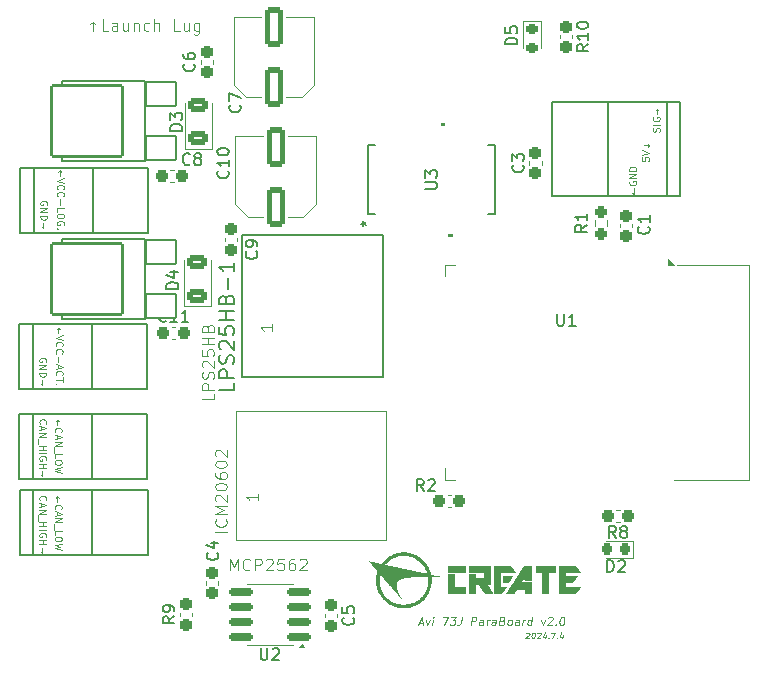
<source format=gbr>
%TF.GenerationSoftware,KiCad,Pcbnew,8.0.1*%
%TF.CreationDate,2024-07-17T12:18:50+09:00*%
%TF.ProjectId,Avi_73J_ParaBoard_v2,4176695f-3733-44a5-9f50-617261426f61,rev?*%
%TF.SameCoordinates,Original*%
%TF.FileFunction,Legend,Top*%
%TF.FilePolarity,Positive*%
%FSLAX46Y46*%
G04 Gerber Fmt 4.6, Leading zero omitted, Abs format (unit mm)*
G04 Created by KiCad (PCBNEW 8.0.1) date 2024-07-17 12:18:50*
%MOMM*%
%LPD*%
G01*
G04 APERTURE LIST*
G04 Aperture macros list*
%AMRoundRect*
0 Rectangle with rounded corners*
0 $1 Rounding radius*
0 $2 $3 $4 $5 $6 $7 $8 $9 X,Y pos of 4 corners*
0 Add a 4 corners polygon primitive as box body*
4,1,4,$2,$3,$4,$5,$6,$7,$8,$9,$2,$3,0*
0 Add four circle primitives for the rounded corners*
1,1,$1+$1,$2,$3*
1,1,$1+$1,$4,$5*
1,1,$1+$1,$6,$7*
1,1,$1+$1,$8,$9*
0 Add four rect primitives between the rounded corners*
20,1,$1+$1,$2,$3,$4,$5,0*
20,1,$1+$1,$4,$5,$6,$7,0*
20,1,$1+$1,$6,$7,$8,$9,0*
20,1,$1+$1,$8,$9,$2,$3,0*%
G04 Aperture macros list end*
%ADD10C,0.100000*%
%ADD11C,0.120000*%
%ADD12C,0.150000*%
%ADD13C,0.158750*%
%ADD14C,0.152400*%
%ADD15C,0.127000*%
%ADD16C,0.000000*%
%ADD17RoundRect,0.237500X0.300000X0.237500X-0.300000X0.237500X-0.300000X-0.237500X0.300000X-0.237500X0*%
%ADD18RoundRect,0.237500X-0.237500X0.300000X-0.237500X-0.300000X0.237500X-0.300000X0.237500X0.300000X0*%
%ADD19RoundRect,0.237500X-0.300000X-0.237500X0.300000X-0.237500X0.300000X0.237500X-0.300000X0.237500X0*%
%ADD20RoundRect,0.250000X0.625000X-0.375000X0.625000X0.375000X-0.625000X0.375000X-0.625000X-0.375000X0*%
%ADD21RoundRect,0.218750X-0.256250X0.218750X-0.256250X-0.218750X0.256250X-0.218750X0.256250X0.218750X0*%
%ADD22O,1.511200X2.819200*%
%ADD23RoundRect,0.101600X3.000000X-3.000000X3.000000X3.000000X-3.000000X3.000000X-3.000000X-3.000000X0*%
%ADD24RoundRect,0.101600X1.250000X-1.000000X1.250000X1.000000X-1.250000X1.000000X-1.250000X-1.000000X0*%
%ADD25O,3.251200X1.727200*%
%ADD26RoundRect,0.237500X-0.237500X0.250000X-0.237500X-0.250000X0.237500X-0.250000X0.237500X0.250000X0*%
%ADD27RoundRect,0.250000X0.550000X-1.412500X0.550000X1.412500X-0.550000X1.412500X-0.550000X-1.412500X0*%
%ADD28RoundRect,0.237500X0.237500X-0.300000X0.237500X0.300000X-0.237500X0.300000X-0.237500X-0.300000X0*%
%ADD29RoundRect,0.218750X0.218750X0.256250X-0.218750X0.256250X-0.218750X-0.256250X0.218750X-0.256250X0*%
%ADD30R,0.431800X1.511300*%
%ADD31R,0.900000X1.500000*%
%ADD32R,1.500000X0.900000*%
%ADD33C,0.600000*%
%ADD34R,3.800000X3.800000*%
%ADD35RoundRect,0.150000X0.825000X0.150000X-0.825000X0.150000X-0.825000X-0.150000X0.825000X-0.150000X0*%
%ADD36C,0.660400*%
G04 APERTURE END LIST*
D10*
X124250057Y-102622931D02*
X124278628Y-102565789D01*
X124278628Y-102565789D02*
X124278628Y-102480074D01*
X124278628Y-102480074D02*
X124250057Y-102394360D01*
X124250057Y-102394360D02*
X124192914Y-102337217D01*
X124192914Y-102337217D02*
X124135771Y-102308646D01*
X124135771Y-102308646D02*
X124021485Y-102280074D01*
X124021485Y-102280074D02*
X123935771Y-102280074D01*
X123935771Y-102280074D02*
X123821485Y-102308646D01*
X123821485Y-102308646D02*
X123764342Y-102337217D01*
X123764342Y-102337217D02*
X123707200Y-102394360D01*
X123707200Y-102394360D02*
X123678628Y-102480074D01*
X123678628Y-102480074D02*
X123678628Y-102537217D01*
X123678628Y-102537217D02*
X123707200Y-102622931D01*
X123707200Y-102622931D02*
X123735771Y-102651503D01*
X123735771Y-102651503D02*
X123935771Y-102651503D01*
X123935771Y-102651503D02*
X123935771Y-102537217D01*
X123678628Y-102908646D02*
X124278628Y-102908646D01*
X124278628Y-102908646D02*
X123678628Y-103251503D01*
X123678628Y-103251503D02*
X124278628Y-103251503D01*
X123678628Y-103537217D02*
X124278628Y-103537217D01*
X124278628Y-103537217D02*
X124278628Y-103680074D01*
X124278628Y-103680074D02*
X124250057Y-103765788D01*
X124250057Y-103765788D02*
X124192914Y-103822931D01*
X124192914Y-103822931D02*
X124135771Y-103851502D01*
X124135771Y-103851502D02*
X124021485Y-103880074D01*
X124021485Y-103880074D02*
X123935771Y-103880074D01*
X123935771Y-103880074D02*
X123821485Y-103851502D01*
X123821485Y-103851502D02*
X123764342Y-103822931D01*
X123764342Y-103822931D02*
X123707200Y-103765788D01*
X123707200Y-103765788D02*
X123678628Y-103680074D01*
X123678628Y-103680074D02*
X123678628Y-103537217D01*
X123907200Y-104137217D02*
X123907200Y-104594360D01*
X123792914Y-104480074D02*
X123907200Y-104594360D01*
X123907200Y-104594360D02*
X124021485Y-104480074D01*
D11*
X128197994Y-74571379D02*
X128197994Y-73809474D01*
X128007518Y-73999950D02*
X128197994Y-73809474D01*
X128197994Y-73809474D02*
X128388470Y-73999950D01*
X129531327Y-74571379D02*
X129055137Y-74571379D01*
X129055137Y-74571379D02*
X129055137Y-73571379D01*
X130293232Y-74571379D02*
X130293232Y-74047569D01*
X130293232Y-74047569D02*
X130245613Y-73952331D01*
X130245613Y-73952331D02*
X130150375Y-73904712D01*
X130150375Y-73904712D02*
X129959899Y-73904712D01*
X129959899Y-73904712D02*
X129864661Y-73952331D01*
X130293232Y-74523760D02*
X130197994Y-74571379D01*
X130197994Y-74571379D02*
X129959899Y-74571379D01*
X129959899Y-74571379D02*
X129864661Y-74523760D01*
X129864661Y-74523760D02*
X129817042Y-74428521D01*
X129817042Y-74428521D02*
X129817042Y-74333283D01*
X129817042Y-74333283D02*
X129864661Y-74238045D01*
X129864661Y-74238045D02*
X129959899Y-74190426D01*
X129959899Y-74190426D02*
X130197994Y-74190426D01*
X130197994Y-74190426D02*
X130293232Y-74142807D01*
X131197994Y-73904712D02*
X131197994Y-74571379D01*
X130769423Y-73904712D02*
X130769423Y-74428521D01*
X130769423Y-74428521D02*
X130817042Y-74523760D01*
X130817042Y-74523760D02*
X130912280Y-74571379D01*
X130912280Y-74571379D02*
X131055137Y-74571379D01*
X131055137Y-74571379D02*
X131150375Y-74523760D01*
X131150375Y-74523760D02*
X131197994Y-74476140D01*
X131674185Y-73904712D02*
X131674185Y-74571379D01*
X131674185Y-73999950D02*
X131721804Y-73952331D01*
X131721804Y-73952331D02*
X131817042Y-73904712D01*
X131817042Y-73904712D02*
X131959899Y-73904712D01*
X131959899Y-73904712D02*
X132055137Y-73952331D01*
X132055137Y-73952331D02*
X132102756Y-74047569D01*
X132102756Y-74047569D02*
X132102756Y-74571379D01*
X133007518Y-74523760D02*
X132912280Y-74571379D01*
X132912280Y-74571379D02*
X132721804Y-74571379D01*
X132721804Y-74571379D02*
X132626566Y-74523760D01*
X132626566Y-74523760D02*
X132578947Y-74476140D01*
X132578947Y-74476140D02*
X132531328Y-74380902D01*
X132531328Y-74380902D02*
X132531328Y-74095188D01*
X132531328Y-74095188D02*
X132578947Y-73999950D01*
X132578947Y-73999950D02*
X132626566Y-73952331D01*
X132626566Y-73952331D02*
X132721804Y-73904712D01*
X132721804Y-73904712D02*
X132912280Y-73904712D01*
X132912280Y-73904712D02*
X133007518Y-73952331D01*
X133436090Y-74571379D02*
X133436090Y-73571379D01*
X133864661Y-74571379D02*
X133864661Y-74047569D01*
X133864661Y-74047569D02*
X133817042Y-73952331D01*
X133817042Y-73952331D02*
X133721804Y-73904712D01*
X133721804Y-73904712D02*
X133578947Y-73904712D01*
X133578947Y-73904712D02*
X133483709Y-73952331D01*
X133483709Y-73952331D02*
X133436090Y-73999950D01*
X135578947Y-74571379D02*
X135102757Y-74571379D01*
X135102757Y-74571379D02*
X135102757Y-73571379D01*
X136340852Y-73904712D02*
X136340852Y-74571379D01*
X135912281Y-73904712D02*
X135912281Y-74428521D01*
X135912281Y-74428521D02*
X135959900Y-74523760D01*
X135959900Y-74523760D02*
X136055138Y-74571379D01*
X136055138Y-74571379D02*
X136197995Y-74571379D01*
X136197995Y-74571379D02*
X136293233Y-74523760D01*
X136293233Y-74523760D02*
X136340852Y-74476140D01*
X137245614Y-73904712D02*
X137245614Y-74714236D01*
X137245614Y-74714236D02*
X137197995Y-74809474D01*
X137197995Y-74809474D02*
X137150376Y-74857093D01*
X137150376Y-74857093D02*
X137055138Y-74904712D01*
X137055138Y-74904712D02*
X136912281Y-74904712D01*
X136912281Y-74904712D02*
X136817043Y-74857093D01*
X137245614Y-74523760D02*
X137150376Y-74571379D01*
X137150376Y-74571379D02*
X136959900Y-74571379D01*
X136959900Y-74571379D02*
X136864662Y-74523760D01*
X136864662Y-74523760D02*
X136817043Y-74476140D01*
X136817043Y-74476140D02*
X136769424Y-74380902D01*
X136769424Y-74380902D02*
X136769424Y-74095188D01*
X136769424Y-74095188D02*
X136817043Y-73999950D01*
X136817043Y-73999950D02*
X136864662Y-73952331D01*
X136864662Y-73952331D02*
X136959900Y-73904712D01*
X136959900Y-73904712D02*
X137150376Y-73904712D01*
X137150376Y-73904712D02*
X137245614Y-73952331D01*
D10*
X123735771Y-114351503D02*
X123707200Y-114322931D01*
X123707200Y-114322931D02*
X123678628Y-114237217D01*
X123678628Y-114237217D02*
X123678628Y-114180074D01*
X123678628Y-114180074D02*
X123707200Y-114094360D01*
X123707200Y-114094360D02*
X123764342Y-114037217D01*
X123764342Y-114037217D02*
X123821485Y-114008646D01*
X123821485Y-114008646D02*
X123935771Y-113980074D01*
X123935771Y-113980074D02*
X124021485Y-113980074D01*
X124021485Y-113980074D02*
X124135771Y-114008646D01*
X124135771Y-114008646D02*
X124192914Y-114037217D01*
X124192914Y-114037217D02*
X124250057Y-114094360D01*
X124250057Y-114094360D02*
X124278628Y-114180074D01*
X124278628Y-114180074D02*
X124278628Y-114237217D01*
X124278628Y-114237217D02*
X124250057Y-114322931D01*
X124250057Y-114322931D02*
X124221485Y-114351503D01*
X123850057Y-114580074D02*
X123850057Y-114865789D01*
X123678628Y-114522931D02*
X124278628Y-114722931D01*
X124278628Y-114722931D02*
X123678628Y-114922931D01*
X123678628Y-115122932D02*
X124278628Y-115122932D01*
X124278628Y-115122932D02*
X123678628Y-115465789D01*
X123678628Y-115465789D02*
X124278628Y-115465789D01*
X123621485Y-115608646D02*
X123621485Y-116065788D01*
X123678628Y-116208646D02*
X124278628Y-116208646D01*
X123992914Y-116208646D02*
X123992914Y-116551503D01*
X123678628Y-116551503D02*
X124278628Y-116551503D01*
X123678628Y-116837217D02*
X124278628Y-116837217D01*
X124250057Y-117437216D02*
X124278628Y-117380074D01*
X124278628Y-117380074D02*
X124278628Y-117294359D01*
X124278628Y-117294359D02*
X124250057Y-117208645D01*
X124250057Y-117208645D02*
X124192914Y-117151502D01*
X124192914Y-117151502D02*
X124135771Y-117122931D01*
X124135771Y-117122931D02*
X124021485Y-117094359D01*
X124021485Y-117094359D02*
X123935771Y-117094359D01*
X123935771Y-117094359D02*
X123821485Y-117122931D01*
X123821485Y-117122931D02*
X123764342Y-117151502D01*
X123764342Y-117151502D02*
X123707200Y-117208645D01*
X123707200Y-117208645D02*
X123678628Y-117294359D01*
X123678628Y-117294359D02*
X123678628Y-117351502D01*
X123678628Y-117351502D02*
X123707200Y-117437216D01*
X123707200Y-117437216D02*
X123735771Y-117465788D01*
X123735771Y-117465788D02*
X123935771Y-117465788D01*
X123935771Y-117465788D02*
X123935771Y-117351502D01*
X123678628Y-117722931D02*
X124278628Y-117722931D01*
X123992914Y-117722931D02*
X123992914Y-118065788D01*
X123678628Y-118065788D02*
X124278628Y-118065788D01*
X123907200Y-118351502D02*
X123907200Y-118808645D01*
X123792914Y-118694359D02*
X123907200Y-118808645D01*
X123907200Y-118808645D02*
X124021485Y-118694359D01*
X125407200Y-86865789D02*
X125407200Y-86408646D01*
X125292914Y-86522931D02*
X125407200Y-86408646D01*
X125407200Y-86408646D02*
X125521485Y-86522931D01*
X125778628Y-87065788D02*
X125178628Y-87265788D01*
X125178628Y-87265788D02*
X125778628Y-87465788D01*
X125235771Y-88008646D02*
X125207200Y-87980074D01*
X125207200Y-87980074D02*
X125178628Y-87894360D01*
X125178628Y-87894360D02*
X125178628Y-87837217D01*
X125178628Y-87837217D02*
X125207200Y-87751503D01*
X125207200Y-87751503D02*
X125264342Y-87694360D01*
X125264342Y-87694360D02*
X125321485Y-87665789D01*
X125321485Y-87665789D02*
X125435771Y-87637217D01*
X125435771Y-87637217D02*
X125521485Y-87637217D01*
X125521485Y-87637217D02*
X125635771Y-87665789D01*
X125635771Y-87665789D02*
X125692914Y-87694360D01*
X125692914Y-87694360D02*
X125750057Y-87751503D01*
X125750057Y-87751503D02*
X125778628Y-87837217D01*
X125778628Y-87837217D02*
X125778628Y-87894360D01*
X125778628Y-87894360D02*
X125750057Y-87980074D01*
X125750057Y-87980074D02*
X125721485Y-88008646D01*
X125235771Y-88608646D02*
X125207200Y-88580074D01*
X125207200Y-88580074D02*
X125178628Y-88494360D01*
X125178628Y-88494360D02*
X125178628Y-88437217D01*
X125178628Y-88437217D02*
X125207200Y-88351503D01*
X125207200Y-88351503D02*
X125264342Y-88294360D01*
X125264342Y-88294360D02*
X125321485Y-88265789D01*
X125321485Y-88265789D02*
X125435771Y-88237217D01*
X125435771Y-88237217D02*
X125521485Y-88237217D01*
X125521485Y-88237217D02*
X125635771Y-88265789D01*
X125635771Y-88265789D02*
X125692914Y-88294360D01*
X125692914Y-88294360D02*
X125750057Y-88351503D01*
X125750057Y-88351503D02*
X125778628Y-88437217D01*
X125778628Y-88437217D02*
X125778628Y-88494360D01*
X125778628Y-88494360D02*
X125750057Y-88580074D01*
X125750057Y-88580074D02*
X125721485Y-88608646D01*
X125407200Y-88865789D02*
X125407200Y-89322932D01*
X125178628Y-89894360D02*
X125178628Y-89608646D01*
X125178628Y-89608646D02*
X125778628Y-89608646D01*
X125778628Y-90208645D02*
X125778628Y-90322931D01*
X125778628Y-90322931D02*
X125750057Y-90380074D01*
X125750057Y-90380074D02*
X125692914Y-90437217D01*
X125692914Y-90437217D02*
X125578628Y-90465788D01*
X125578628Y-90465788D02*
X125378628Y-90465788D01*
X125378628Y-90465788D02*
X125264342Y-90437217D01*
X125264342Y-90437217D02*
X125207200Y-90380074D01*
X125207200Y-90380074D02*
X125178628Y-90322931D01*
X125178628Y-90322931D02*
X125178628Y-90208645D01*
X125178628Y-90208645D02*
X125207200Y-90151503D01*
X125207200Y-90151503D02*
X125264342Y-90094360D01*
X125264342Y-90094360D02*
X125378628Y-90065788D01*
X125378628Y-90065788D02*
X125578628Y-90065788D01*
X125578628Y-90065788D02*
X125692914Y-90094360D01*
X125692914Y-90094360D02*
X125750057Y-90151503D01*
X125750057Y-90151503D02*
X125778628Y-90208645D01*
X125750057Y-91037216D02*
X125778628Y-90980074D01*
X125778628Y-90980074D02*
X125778628Y-90894359D01*
X125778628Y-90894359D02*
X125750057Y-90808645D01*
X125750057Y-90808645D02*
X125692914Y-90751502D01*
X125692914Y-90751502D02*
X125635771Y-90722931D01*
X125635771Y-90722931D02*
X125521485Y-90694359D01*
X125521485Y-90694359D02*
X125435771Y-90694359D01*
X125435771Y-90694359D02*
X125321485Y-90722931D01*
X125321485Y-90722931D02*
X125264342Y-90751502D01*
X125264342Y-90751502D02*
X125207200Y-90808645D01*
X125207200Y-90808645D02*
X125178628Y-90894359D01*
X125178628Y-90894359D02*
X125178628Y-90951502D01*
X125178628Y-90951502D02*
X125207200Y-91037216D01*
X125207200Y-91037216D02*
X125235771Y-91065788D01*
X125235771Y-91065788D02*
X125435771Y-91065788D01*
X125435771Y-91065788D02*
X125435771Y-90951502D01*
X125235771Y-91322931D02*
X125207200Y-91351502D01*
X125207200Y-91351502D02*
X125178628Y-91322931D01*
X125178628Y-91322931D02*
X125207200Y-91294359D01*
X125207200Y-91294359D02*
X125235771Y-91322931D01*
X125235771Y-91322931D02*
X125178628Y-91322931D01*
X125307200Y-100165789D02*
X125307200Y-99708646D01*
X125192914Y-99822931D02*
X125307200Y-99708646D01*
X125307200Y-99708646D02*
X125421485Y-99822931D01*
X125678628Y-100365788D02*
X125078628Y-100565788D01*
X125078628Y-100565788D02*
X125678628Y-100765788D01*
X125135771Y-101308646D02*
X125107200Y-101280074D01*
X125107200Y-101280074D02*
X125078628Y-101194360D01*
X125078628Y-101194360D02*
X125078628Y-101137217D01*
X125078628Y-101137217D02*
X125107200Y-101051503D01*
X125107200Y-101051503D02*
X125164342Y-100994360D01*
X125164342Y-100994360D02*
X125221485Y-100965789D01*
X125221485Y-100965789D02*
X125335771Y-100937217D01*
X125335771Y-100937217D02*
X125421485Y-100937217D01*
X125421485Y-100937217D02*
X125535771Y-100965789D01*
X125535771Y-100965789D02*
X125592914Y-100994360D01*
X125592914Y-100994360D02*
X125650057Y-101051503D01*
X125650057Y-101051503D02*
X125678628Y-101137217D01*
X125678628Y-101137217D02*
X125678628Y-101194360D01*
X125678628Y-101194360D02*
X125650057Y-101280074D01*
X125650057Y-101280074D02*
X125621485Y-101308646D01*
X125135771Y-101908646D02*
X125107200Y-101880074D01*
X125107200Y-101880074D02*
X125078628Y-101794360D01*
X125078628Y-101794360D02*
X125078628Y-101737217D01*
X125078628Y-101737217D02*
X125107200Y-101651503D01*
X125107200Y-101651503D02*
X125164342Y-101594360D01*
X125164342Y-101594360D02*
X125221485Y-101565789D01*
X125221485Y-101565789D02*
X125335771Y-101537217D01*
X125335771Y-101537217D02*
X125421485Y-101537217D01*
X125421485Y-101537217D02*
X125535771Y-101565789D01*
X125535771Y-101565789D02*
X125592914Y-101594360D01*
X125592914Y-101594360D02*
X125650057Y-101651503D01*
X125650057Y-101651503D02*
X125678628Y-101737217D01*
X125678628Y-101737217D02*
X125678628Y-101794360D01*
X125678628Y-101794360D02*
X125650057Y-101880074D01*
X125650057Y-101880074D02*
X125621485Y-101908646D01*
X125307200Y-102165789D02*
X125307200Y-102622932D01*
X125250057Y-102880074D02*
X125250057Y-103165789D01*
X125078628Y-102822931D02*
X125678628Y-103022931D01*
X125678628Y-103022931D02*
X125078628Y-103222931D01*
X125135771Y-103765789D02*
X125107200Y-103737217D01*
X125107200Y-103737217D02*
X125078628Y-103651503D01*
X125078628Y-103651503D02*
X125078628Y-103594360D01*
X125078628Y-103594360D02*
X125107200Y-103508646D01*
X125107200Y-103508646D02*
X125164342Y-103451503D01*
X125164342Y-103451503D02*
X125221485Y-103422932D01*
X125221485Y-103422932D02*
X125335771Y-103394360D01*
X125335771Y-103394360D02*
X125421485Y-103394360D01*
X125421485Y-103394360D02*
X125535771Y-103422932D01*
X125535771Y-103422932D02*
X125592914Y-103451503D01*
X125592914Y-103451503D02*
X125650057Y-103508646D01*
X125650057Y-103508646D02*
X125678628Y-103594360D01*
X125678628Y-103594360D02*
X125678628Y-103651503D01*
X125678628Y-103651503D02*
X125650057Y-103737217D01*
X125650057Y-103737217D02*
X125621485Y-103765789D01*
X125678628Y-103937217D02*
X125678628Y-104280075D01*
X125078628Y-104108646D02*
X125678628Y-104108646D01*
X125135771Y-104480075D02*
X125107200Y-104508646D01*
X125107200Y-104508646D02*
X125078628Y-104480075D01*
X125078628Y-104480075D02*
X125107200Y-104451503D01*
X125107200Y-104451503D02*
X125135771Y-104480075D01*
X125135771Y-104480075D02*
X125078628Y-104480075D01*
X125207200Y-114465789D02*
X125207200Y-114008646D01*
X125092914Y-114122931D02*
X125207200Y-114008646D01*
X125207200Y-114008646D02*
X125321485Y-114122931D01*
X125035771Y-115094360D02*
X125007200Y-115065788D01*
X125007200Y-115065788D02*
X124978628Y-114980074D01*
X124978628Y-114980074D02*
X124978628Y-114922931D01*
X124978628Y-114922931D02*
X125007200Y-114837217D01*
X125007200Y-114837217D02*
X125064342Y-114780074D01*
X125064342Y-114780074D02*
X125121485Y-114751503D01*
X125121485Y-114751503D02*
X125235771Y-114722931D01*
X125235771Y-114722931D02*
X125321485Y-114722931D01*
X125321485Y-114722931D02*
X125435771Y-114751503D01*
X125435771Y-114751503D02*
X125492914Y-114780074D01*
X125492914Y-114780074D02*
X125550057Y-114837217D01*
X125550057Y-114837217D02*
X125578628Y-114922931D01*
X125578628Y-114922931D02*
X125578628Y-114980074D01*
X125578628Y-114980074D02*
X125550057Y-115065788D01*
X125550057Y-115065788D02*
X125521485Y-115094360D01*
X125150057Y-115322931D02*
X125150057Y-115608646D01*
X124978628Y-115265788D02*
X125578628Y-115465788D01*
X125578628Y-115465788D02*
X124978628Y-115665788D01*
X124978628Y-115865789D02*
X125578628Y-115865789D01*
X125578628Y-115865789D02*
X124978628Y-116208646D01*
X124978628Y-116208646D02*
X125578628Y-116208646D01*
X124921485Y-116351503D02*
X124921485Y-116808645D01*
X124978628Y-117237217D02*
X124978628Y-116951503D01*
X124978628Y-116951503D02*
X125578628Y-116951503D01*
X125578628Y-117551502D02*
X125578628Y-117665788D01*
X125578628Y-117665788D02*
X125550057Y-117722931D01*
X125550057Y-117722931D02*
X125492914Y-117780074D01*
X125492914Y-117780074D02*
X125378628Y-117808645D01*
X125378628Y-117808645D02*
X125178628Y-117808645D01*
X125178628Y-117808645D02*
X125064342Y-117780074D01*
X125064342Y-117780074D02*
X125007200Y-117722931D01*
X125007200Y-117722931D02*
X124978628Y-117665788D01*
X124978628Y-117665788D02*
X124978628Y-117551502D01*
X124978628Y-117551502D02*
X125007200Y-117494360D01*
X125007200Y-117494360D02*
X125064342Y-117437217D01*
X125064342Y-117437217D02*
X125178628Y-117408645D01*
X125178628Y-117408645D02*
X125378628Y-117408645D01*
X125378628Y-117408645D02*
X125492914Y-117437217D01*
X125492914Y-117437217D02*
X125550057Y-117494360D01*
X125550057Y-117494360D02*
X125578628Y-117551502D01*
X125578628Y-118008645D02*
X124978628Y-118151502D01*
X124978628Y-118151502D02*
X125407200Y-118265788D01*
X125407200Y-118265788D02*
X124978628Y-118380073D01*
X124978628Y-118380073D02*
X125578628Y-118522931D01*
X155819955Y-124709133D02*
X156153289Y-124709133D01*
X155728289Y-124909133D02*
X156049122Y-124209133D01*
X156049122Y-124209133D02*
X156194955Y-124909133D01*
X156419955Y-124442466D02*
X156528289Y-124909133D01*
X156528289Y-124909133D02*
X156753289Y-124442466D01*
X156961622Y-124909133D02*
X157019955Y-124442466D01*
X157049122Y-124209133D02*
X157011622Y-124242466D01*
X157011622Y-124242466D02*
X157040788Y-124275800D01*
X157040788Y-124275800D02*
X157078288Y-124242466D01*
X157078288Y-124242466D02*
X157049122Y-124209133D01*
X157049122Y-124209133D02*
X157040788Y-124275800D01*
X157849121Y-124209133D02*
X158315788Y-124209133D01*
X158315788Y-124209133D02*
X157928288Y-124909133D01*
X158515788Y-124209133D02*
X158949121Y-124209133D01*
X158949121Y-124209133D02*
X158682455Y-124475800D01*
X158682455Y-124475800D02*
X158782455Y-124475800D01*
X158782455Y-124475800D02*
X158844955Y-124509133D01*
X158844955Y-124509133D02*
X158874121Y-124542466D01*
X158874121Y-124542466D02*
X158899121Y-124609133D01*
X158899121Y-124609133D02*
X158878288Y-124775800D01*
X158878288Y-124775800D02*
X158836621Y-124842466D01*
X158836621Y-124842466D02*
X158799121Y-124875800D01*
X158799121Y-124875800D02*
X158728288Y-124909133D01*
X158728288Y-124909133D02*
X158528288Y-124909133D01*
X158528288Y-124909133D02*
X158465788Y-124875800D01*
X158465788Y-124875800D02*
X158436621Y-124842466D01*
X159449122Y-124209133D02*
X159386622Y-124709133D01*
X159386622Y-124709133D02*
X159340788Y-124809133D01*
X159340788Y-124809133D02*
X159265788Y-124875800D01*
X159265788Y-124875800D02*
X159161622Y-124909133D01*
X159161622Y-124909133D02*
X159094955Y-124909133D01*
X160228288Y-124909133D02*
X160315788Y-124209133D01*
X160315788Y-124209133D02*
X160582454Y-124209133D01*
X160582454Y-124209133D02*
X160644954Y-124242466D01*
X160644954Y-124242466D02*
X160674121Y-124275800D01*
X160674121Y-124275800D02*
X160699121Y-124342466D01*
X160699121Y-124342466D02*
X160686621Y-124442466D01*
X160686621Y-124442466D02*
X160644954Y-124509133D01*
X160644954Y-124509133D02*
X160607454Y-124542466D01*
X160607454Y-124542466D02*
X160536621Y-124575800D01*
X160536621Y-124575800D02*
X160269954Y-124575800D01*
X161228288Y-124909133D02*
X161274121Y-124542466D01*
X161274121Y-124542466D02*
X161249121Y-124475800D01*
X161249121Y-124475800D02*
X161186621Y-124442466D01*
X161186621Y-124442466D02*
X161053288Y-124442466D01*
X161053288Y-124442466D02*
X160982454Y-124475800D01*
X161232454Y-124875800D02*
X161161621Y-124909133D01*
X161161621Y-124909133D02*
X160994954Y-124909133D01*
X160994954Y-124909133D02*
X160932454Y-124875800D01*
X160932454Y-124875800D02*
X160907454Y-124809133D01*
X160907454Y-124809133D02*
X160915788Y-124742466D01*
X160915788Y-124742466D02*
X160957454Y-124675800D01*
X160957454Y-124675800D02*
X161028288Y-124642466D01*
X161028288Y-124642466D02*
X161194954Y-124642466D01*
X161194954Y-124642466D02*
X161265788Y-124609133D01*
X161561621Y-124909133D02*
X161619954Y-124442466D01*
X161603287Y-124575800D02*
X161644954Y-124509133D01*
X161644954Y-124509133D02*
X161682454Y-124475800D01*
X161682454Y-124475800D02*
X161753287Y-124442466D01*
X161753287Y-124442466D02*
X161819954Y-124442466D01*
X162294954Y-124909133D02*
X162340787Y-124542466D01*
X162340787Y-124542466D02*
X162315787Y-124475800D01*
X162315787Y-124475800D02*
X162253287Y-124442466D01*
X162253287Y-124442466D02*
X162119954Y-124442466D01*
X162119954Y-124442466D02*
X162049120Y-124475800D01*
X162299120Y-124875800D02*
X162228287Y-124909133D01*
X162228287Y-124909133D02*
X162061620Y-124909133D01*
X162061620Y-124909133D02*
X161999120Y-124875800D01*
X161999120Y-124875800D02*
X161974120Y-124809133D01*
X161974120Y-124809133D02*
X161982454Y-124742466D01*
X161982454Y-124742466D02*
X162024120Y-124675800D01*
X162024120Y-124675800D02*
X162094954Y-124642466D01*
X162094954Y-124642466D02*
X162261620Y-124642466D01*
X162261620Y-124642466D02*
X162332454Y-124609133D01*
X162907453Y-124542466D02*
X163003287Y-124575800D01*
X163003287Y-124575800D02*
X163032453Y-124609133D01*
X163032453Y-124609133D02*
X163057453Y-124675800D01*
X163057453Y-124675800D02*
X163044953Y-124775800D01*
X163044953Y-124775800D02*
X163003287Y-124842466D01*
X163003287Y-124842466D02*
X162965787Y-124875800D01*
X162965787Y-124875800D02*
X162894953Y-124909133D01*
X162894953Y-124909133D02*
X162628287Y-124909133D01*
X162628287Y-124909133D02*
X162715787Y-124209133D01*
X162715787Y-124209133D02*
X162949120Y-124209133D01*
X162949120Y-124209133D02*
X163011620Y-124242466D01*
X163011620Y-124242466D02*
X163040787Y-124275800D01*
X163040787Y-124275800D02*
X163065787Y-124342466D01*
X163065787Y-124342466D02*
X163057453Y-124409133D01*
X163057453Y-124409133D02*
X163015787Y-124475800D01*
X163015787Y-124475800D02*
X162978287Y-124509133D01*
X162978287Y-124509133D02*
X162907453Y-124542466D01*
X162907453Y-124542466D02*
X162674120Y-124542466D01*
X163428287Y-124909133D02*
X163365787Y-124875800D01*
X163365787Y-124875800D02*
X163336620Y-124842466D01*
X163336620Y-124842466D02*
X163311620Y-124775800D01*
X163311620Y-124775800D02*
X163336620Y-124575800D01*
X163336620Y-124575800D02*
X163378287Y-124509133D01*
X163378287Y-124509133D02*
X163415787Y-124475800D01*
X163415787Y-124475800D02*
X163486620Y-124442466D01*
X163486620Y-124442466D02*
X163586620Y-124442466D01*
X163586620Y-124442466D02*
X163649120Y-124475800D01*
X163649120Y-124475800D02*
X163678287Y-124509133D01*
X163678287Y-124509133D02*
X163703287Y-124575800D01*
X163703287Y-124575800D02*
X163678287Y-124775800D01*
X163678287Y-124775800D02*
X163636620Y-124842466D01*
X163636620Y-124842466D02*
X163599120Y-124875800D01*
X163599120Y-124875800D02*
X163528287Y-124909133D01*
X163528287Y-124909133D02*
X163428287Y-124909133D01*
X164261620Y-124909133D02*
X164307453Y-124542466D01*
X164307453Y-124542466D02*
X164282453Y-124475800D01*
X164282453Y-124475800D02*
X164219953Y-124442466D01*
X164219953Y-124442466D02*
X164086620Y-124442466D01*
X164086620Y-124442466D02*
X164015786Y-124475800D01*
X164265786Y-124875800D02*
X164194953Y-124909133D01*
X164194953Y-124909133D02*
X164028286Y-124909133D01*
X164028286Y-124909133D02*
X163965786Y-124875800D01*
X163965786Y-124875800D02*
X163940786Y-124809133D01*
X163940786Y-124809133D02*
X163949120Y-124742466D01*
X163949120Y-124742466D02*
X163990786Y-124675800D01*
X163990786Y-124675800D02*
X164061620Y-124642466D01*
X164061620Y-124642466D02*
X164228286Y-124642466D01*
X164228286Y-124642466D02*
X164299120Y-124609133D01*
X164594953Y-124909133D02*
X164653286Y-124442466D01*
X164636619Y-124575800D02*
X164678286Y-124509133D01*
X164678286Y-124509133D02*
X164715786Y-124475800D01*
X164715786Y-124475800D02*
X164786619Y-124442466D01*
X164786619Y-124442466D02*
X164853286Y-124442466D01*
X165328286Y-124909133D02*
X165415786Y-124209133D01*
X165332452Y-124875800D02*
X165261619Y-124909133D01*
X165261619Y-124909133D02*
X165128286Y-124909133D01*
X165128286Y-124909133D02*
X165065786Y-124875800D01*
X165065786Y-124875800D02*
X165036619Y-124842466D01*
X165036619Y-124842466D02*
X165011619Y-124775800D01*
X165011619Y-124775800D02*
X165036619Y-124575800D01*
X165036619Y-124575800D02*
X165078286Y-124509133D01*
X165078286Y-124509133D02*
X165115786Y-124475800D01*
X165115786Y-124475800D02*
X165186619Y-124442466D01*
X165186619Y-124442466D02*
X165319952Y-124442466D01*
X165319952Y-124442466D02*
X165382452Y-124475800D01*
X166186618Y-124442466D02*
X166294952Y-124909133D01*
X166294952Y-124909133D02*
X166519952Y-124442466D01*
X166774118Y-124275800D02*
X166811618Y-124242466D01*
X166811618Y-124242466D02*
X166882451Y-124209133D01*
X166882451Y-124209133D02*
X167049118Y-124209133D01*
X167049118Y-124209133D02*
X167111618Y-124242466D01*
X167111618Y-124242466D02*
X167140785Y-124275800D01*
X167140785Y-124275800D02*
X167165785Y-124342466D01*
X167165785Y-124342466D02*
X167157451Y-124409133D01*
X167157451Y-124409133D02*
X167111618Y-124509133D01*
X167111618Y-124509133D02*
X166661618Y-124909133D01*
X166661618Y-124909133D02*
X167094951Y-124909133D01*
X167403285Y-124842466D02*
X167432452Y-124875800D01*
X167432452Y-124875800D02*
X167394952Y-124909133D01*
X167394952Y-124909133D02*
X167365785Y-124875800D01*
X167365785Y-124875800D02*
X167403285Y-124842466D01*
X167403285Y-124842466D02*
X167394952Y-124909133D01*
X167949118Y-124209133D02*
X168015785Y-124209133D01*
X168015785Y-124209133D02*
X168078285Y-124242466D01*
X168078285Y-124242466D02*
X168107451Y-124275800D01*
X168107451Y-124275800D02*
X168132451Y-124342466D01*
X168132451Y-124342466D02*
X168149118Y-124475800D01*
X168149118Y-124475800D02*
X168128285Y-124642466D01*
X168128285Y-124642466D02*
X168078285Y-124775800D01*
X168078285Y-124775800D02*
X168036618Y-124842466D01*
X168036618Y-124842466D02*
X167999118Y-124875800D01*
X167999118Y-124875800D02*
X167928285Y-124909133D01*
X167928285Y-124909133D02*
X167861618Y-124909133D01*
X167861618Y-124909133D02*
X167799118Y-124875800D01*
X167799118Y-124875800D02*
X167769951Y-124842466D01*
X167769951Y-124842466D02*
X167744951Y-124775800D01*
X167744951Y-124775800D02*
X167728285Y-124642466D01*
X167728285Y-124642466D02*
X167749118Y-124475800D01*
X167749118Y-124475800D02*
X167799118Y-124342466D01*
X167799118Y-124342466D02*
X167840785Y-124275800D01*
X167840785Y-124275800D02*
X167878285Y-124242466D01*
X167878285Y-124242466D02*
X167949118Y-124209133D01*
X139572419Y-116996115D02*
X138572419Y-116996115D01*
X139477180Y-115948497D02*
X139524800Y-115996116D01*
X139524800Y-115996116D02*
X139572419Y-116138973D01*
X139572419Y-116138973D02*
X139572419Y-116234211D01*
X139572419Y-116234211D02*
X139524800Y-116377068D01*
X139524800Y-116377068D02*
X139429561Y-116472306D01*
X139429561Y-116472306D02*
X139334323Y-116519925D01*
X139334323Y-116519925D02*
X139143847Y-116567544D01*
X139143847Y-116567544D02*
X139000990Y-116567544D01*
X139000990Y-116567544D02*
X138810514Y-116519925D01*
X138810514Y-116519925D02*
X138715276Y-116472306D01*
X138715276Y-116472306D02*
X138620038Y-116377068D01*
X138620038Y-116377068D02*
X138572419Y-116234211D01*
X138572419Y-116234211D02*
X138572419Y-116138973D01*
X138572419Y-116138973D02*
X138620038Y-115996116D01*
X138620038Y-115996116D02*
X138667657Y-115948497D01*
X139572419Y-115519925D02*
X138572419Y-115519925D01*
X138572419Y-115519925D02*
X139286704Y-115186592D01*
X139286704Y-115186592D02*
X138572419Y-114853259D01*
X138572419Y-114853259D02*
X139572419Y-114853259D01*
X138667657Y-114424687D02*
X138620038Y-114377068D01*
X138620038Y-114377068D02*
X138572419Y-114281830D01*
X138572419Y-114281830D02*
X138572419Y-114043735D01*
X138572419Y-114043735D02*
X138620038Y-113948497D01*
X138620038Y-113948497D02*
X138667657Y-113900878D01*
X138667657Y-113900878D02*
X138762895Y-113853259D01*
X138762895Y-113853259D02*
X138858133Y-113853259D01*
X138858133Y-113853259D02*
X139000990Y-113900878D01*
X139000990Y-113900878D02*
X139572419Y-114472306D01*
X139572419Y-114472306D02*
X139572419Y-113853259D01*
X138572419Y-113234211D02*
X138572419Y-113138973D01*
X138572419Y-113138973D02*
X138620038Y-113043735D01*
X138620038Y-113043735D02*
X138667657Y-112996116D01*
X138667657Y-112996116D02*
X138762895Y-112948497D01*
X138762895Y-112948497D02*
X138953371Y-112900878D01*
X138953371Y-112900878D02*
X139191466Y-112900878D01*
X139191466Y-112900878D02*
X139381942Y-112948497D01*
X139381942Y-112948497D02*
X139477180Y-112996116D01*
X139477180Y-112996116D02*
X139524800Y-113043735D01*
X139524800Y-113043735D02*
X139572419Y-113138973D01*
X139572419Y-113138973D02*
X139572419Y-113234211D01*
X139572419Y-113234211D02*
X139524800Y-113329449D01*
X139524800Y-113329449D02*
X139477180Y-113377068D01*
X139477180Y-113377068D02*
X139381942Y-113424687D01*
X139381942Y-113424687D02*
X139191466Y-113472306D01*
X139191466Y-113472306D02*
X138953371Y-113472306D01*
X138953371Y-113472306D02*
X138762895Y-113424687D01*
X138762895Y-113424687D02*
X138667657Y-113377068D01*
X138667657Y-113377068D02*
X138620038Y-113329449D01*
X138620038Y-113329449D02*
X138572419Y-113234211D01*
X138572419Y-112043735D02*
X138572419Y-112234211D01*
X138572419Y-112234211D02*
X138620038Y-112329449D01*
X138620038Y-112329449D02*
X138667657Y-112377068D01*
X138667657Y-112377068D02*
X138810514Y-112472306D01*
X138810514Y-112472306D02*
X139000990Y-112519925D01*
X139000990Y-112519925D02*
X139381942Y-112519925D01*
X139381942Y-112519925D02*
X139477180Y-112472306D01*
X139477180Y-112472306D02*
X139524800Y-112424687D01*
X139524800Y-112424687D02*
X139572419Y-112329449D01*
X139572419Y-112329449D02*
X139572419Y-112138973D01*
X139572419Y-112138973D02*
X139524800Y-112043735D01*
X139524800Y-112043735D02*
X139477180Y-111996116D01*
X139477180Y-111996116D02*
X139381942Y-111948497D01*
X139381942Y-111948497D02*
X139143847Y-111948497D01*
X139143847Y-111948497D02*
X139048609Y-111996116D01*
X139048609Y-111996116D02*
X139000990Y-112043735D01*
X139000990Y-112043735D02*
X138953371Y-112138973D01*
X138953371Y-112138973D02*
X138953371Y-112329449D01*
X138953371Y-112329449D02*
X139000990Y-112424687D01*
X139000990Y-112424687D02*
X139048609Y-112472306D01*
X139048609Y-112472306D02*
X139143847Y-112519925D01*
X138572419Y-111329449D02*
X138572419Y-111234211D01*
X138572419Y-111234211D02*
X138620038Y-111138973D01*
X138620038Y-111138973D02*
X138667657Y-111091354D01*
X138667657Y-111091354D02*
X138762895Y-111043735D01*
X138762895Y-111043735D02*
X138953371Y-110996116D01*
X138953371Y-110996116D02*
X139191466Y-110996116D01*
X139191466Y-110996116D02*
X139381942Y-111043735D01*
X139381942Y-111043735D02*
X139477180Y-111091354D01*
X139477180Y-111091354D02*
X139524800Y-111138973D01*
X139524800Y-111138973D02*
X139572419Y-111234211D01*
X139572419Y-111234211D02*
X139572419Y-111329449D01*
X139572419Y-111329449D02*
X139524800Y-111424687D01*
X139524800Y-111424687D02*
X139477180Y-111472306D01*
X139477180Y-111472306D02*
X139381942Y-111519925D01*
X139381942Y-111519925D02*
X139191466Y-111567544D01*
X139191466Y-111567544D02*
X138953371Y-111567544D01*
X138953371Y-111567544D02*
X138762895Y-111519925D01*
X138762895Y-111519925D02*
X138667657Y-111472306D01*
X138667657Y-111472306D02*
X138620038Y-111424687D01*
X138620038Y-111424687D02*
X138572419Y-111329449D01*
X138667657Y-110615163D02*
X138620038Y-110567544D01*
X138620038Y-110567544D02*
X138572419Y-110472306D01*
X138572419Y-110472306D02*
X138572419Y-110234211D01*
X138572419Y-110234211D02*
X138620038Y-110138973D01*
X138620038Y-110138973D02*
X138667657Y-110091354D01*
X138667657Y-110091354D02*
X138762895Y-110043735D01*
X138762895Y-110043735D02*
X138858133Y-110043735D01*
X138858133Y-110043735D02*
X139000990Y-110091354D01*
X139000990Y-110091354D02*
X139572419Y-110662782D01*
X139572419Y-110662782D02*
X139572419Y-110043735D01*
X174721371Y-85305639D02*
X174721371Y-85591353D01*
X174721371Y-85591353D02*
X175007085Y-85619925D01*
X175007085Y-85619925D02*
X174978514Y-85591353D01*
X174978514Y-85591353D02*
X174949942Y-85534211D01*
X174949942Y-85534211D02*
X174949942Y-85391353D01*
X174949942Y-85391353D02*
X174978514Y-85334211D01*
X174978514Y-85334211D02*
X175007085Y-85305639D01*
X175007085Y-85305639D02*
X175064228Y-85277068D01*
X175064228Y-85277068D02*
X175207085Y-85277068D01*
X175207085Y-85277068D02*
X175264228Y-85305639D01*
X175264228Y-85305639D02*
X175292800Y-85334211D01*
X175292800Y-85334211D02*
X175321371Y-85391353D01*
X175321371Y-85391353D02*
X175321371Y-85534211D01*
X175321371Y-85534211D02*
X175292800Y-85591353D01*
X175292800Y-85591353D02*
X175264228Y-85619925D01*
X174721371Y-85105639D02*
X175321371Y-84905639D01*
X175321371Y-84905639D02*
X174721371Y-84705639D01*
X174864228Y-84277067D02*
X175321371Y-84277067D01*
X175207085Y-84162781D02*
X175321371Y-84277067D01*
X175321371Y-84277067D02*
X175207085Y-84391353D01*
X174017800Y-87934211D02*
X174017800Y-88391353D01*
X174132085Y-88277068D02*
X174017800Y-88391353D01*
X174017800Y-88391353D02*
X173903514Y-88277068D01*
X173674942Y-87334211D02*
X173646371Y-87391354D01*
X173646371Y-87391354D02*
X173646371Y-87477068D01*
X173646371Y-87477068D02*
X173674942Y-87562782D01*
X173674942Y-87562782D02*
X173732085Y-87619925D01*
X173732085Y-87619925D02*
X173789228Y-87648496D01*
X173789228Y-87648496D02*
X173903514Y-87677068D01*
X173903514Y-87677068D02*
X173989228Y-87677068D01*
X173989228Y-87677068D02*
X174103514Y-87648496D01*
X174103514Y-87648496D02*
X174160657Y-87619925D01*
X174160657Y-87619925D02*
X174217800Y-87562782D01*
X174217800Y-87562782D02*
X174246371Y-87477068D01*
X174246371Y-87477068D02*
X174246371Y-87419925D01*
X174246371Y-87419925D02*
X174217800Y-87334211D01*
X174217800Y-87334211D02*
X174189228Y-87305639D01*
X174189228Y-87305639D02*
X173989228Y-87305639D01*
X173989228Y-87305639D02*
X173989228Y-87419925D01*
X174246371Y-87048496D02*
X173646371Y-87048496D01*
X173646371Y-87048496D02*
X174246371Y-86705639D01*
X174246371Y-86705639D02*
X173646371Y-86705639D01*
X174246371Y-86419925D02*
X173646371Y-86419925D01*
X173646371Y-86419925D02*
X173646371Y-86277068D01*
X173646371Y-86277068D02*
X173674942Y-86191354D01*
X173674942Y-86191354D02*
X173732085Y-86134211D01*
X173732085Y-86134211D02*
X173789228Y-86105640D01*
X173789228Y-86105640D02*
X173903514Y-86077068D01*
X173903514Y-86077068D02*
X173989228Y-86077068D01*
X173989228Y-86077068D02*
X174103514Y-86105640D01*
X174103514Y-86105640D02*
X174160657Y-86134211D01*
X174160657Y-86134211D02*
X174217800Y-86191354D01*
X174217800Y-86191354D02*
X174246371Y-86277068D01*
X174246371Y-86277068D02*
X174246371Y-86419925D01*
X176192800Y-83119925D02*
X176221371Y-83034211D01*
X176221371Y-83034211D02*
X176221371Y-82891353D01*
X176221371Y-82891353D02*
X176192800Y-82834211D01*
X176192800Y-82834211D02*
X176164228Y-82805639D01*
X176164228Y-82805639D02*
X176107085Y-82777068D01*
X176107085Y-82777068D02*
X176049942Y-82777068D01*
X176049942Y-82777068D02*
X175992800Y-82805639D01*
X175992800Y-82805639D02*
X175964228Y-82834211D01*
X175964228Y-82834211D02*
X175935657Y-82891353D01*
X175935657Y-82891353D02*
X175907085Y-83005639D01*
X175907085Y-83005639D02*
X175878514Y-83062782D01*
X175878514Y-83062782D02*
X175849942Y-83091353D01*
X175849942Y-83091353D02*
X175792800Y-83119925D01*
X175792800Y-83119925D02*
X175735657Y-83119925D01*
X175735657Y-83119925D02*
X175678514Y-83091353D01*
X175678514Y-83091353D02*
X175649942Y-83062782D01*
X175649942Y-83062782D02*
X175621371Y-83005639D01*
X175621371Y-83005639D02*
X175621371Y-82862782D01*
X175621371Y-82862782D02*
X175649942Y-82777068D01*
X176221371Y-82519924D02*
X175621371Y-82519924D01*
X175649942Y-81919925D02*
X175621371Y-81977068D01*
X175621371Y-81977068D02*
X175621371Y-82062782D01*
X175621371Y-82062782D02*
X175649942Y-82148496D01*
X175649942Y-82148496D02*
X175707085Y-82205639D01*
X175707085Y-82205639D02*
X175764228Y-82234210D01*
X175764228Y-82234210D02*
X175878514Y-82262782D01*
X175878514Y-82262782D02*
X175964228Y-82262782D01*
X175964228Y-82262782D02*
X176078514Y-82234210D01*
X176078514Y-82234210D02*
X176135657Y-82205639D01*
X176135657Y-82205639D02*
X176192800Y-82148496D01*
X176192800Y-82148496D02*
X176221371Y-82062782D01*
X176221371Y-82062782D02*
X176221371Y-82005639D01*
X176221371Y-82005639D02*
X176192800Y-81919925D01*
X176192800Y-81919925D02*
X176164228Y-81891353D01*
X176164228Y-81891353D02*
X175964228Y-81891353D01*
X175964228Y-81891353D02*
X175964228Y-82005639D01*
X175992800Y-81634210D02*
X175992800Y-81177068D01*
X176107085Y-81291353D02*
X175992800Y-81177068D01*
X175992800Y-81177068D02*
X175878514Y-81291353D01*
X139803884Y-120272419D02*
X139803884Y-119272419D01*
X139803884Y-119272419D02*
X140137217Y-119986704D01*
X140137217Y-119986704D02*
X140470550Y-119272419D01*
X140470550Y-119272419D02*
X140470550Y-120272419D01*
X141518169Y-120177180D02*
X141470550Y-120224800D01*
X141470550Y-120224800D02*
X141327693Y-120272419D01*
X141327693Y-120272419D02*
X141232455Y-120272419D01*
X141232455Y-120272419D02*
X141089598Y-120224800D01*
X141089598Y-120224800D02*
X140994360Y-120129561D01*
X140994360Y-120129561D02*
X140946741Y-120034323D01*
X140946741Y-120034323D02*
X140899122Y-119843847D01*
X140899122Y-119843847D02*
X140899122Y-119700990D01*
X140899122Y-119700990D02*
X140946741Y-119510514D01*
X140946741Y-119510514D02*
X140994360Y-119415276D01*
X140994360Y-119415276D02*
X141089598Y-119320038D01*
X141089598Y-119320038D02*
X141232455Y-119272419D01*
X141232455Y-119272419D02*
X141327693Y-119272419D01*
X141327693Y-119272419D02*
X141470550Y-119320038D01*
X141470550Y-119320038D02*
X141518169Y-119367657D01*
X141946741Y-120272419D02*
X141946741Y-119272419D01*
X141946741Y-119272419D02*
X142327693Y-119272419D01*
X142327693Y-119272419D02*
X142422931Y-119320038D01*
X142422931Y-119320038D02*
X142470550Y-119367657D01*
X142470550Y-119367657D02*
X142518169Y-119462895D01*
X142518169Y-119462895D02*
X142518169Y-119605752D01*
X142518169Y-119605752D02*
X142470550Y-119700990D01*
X142470550Y-119700990D02*
X142422931Y-119748609D01*
X142422931Y-119748609D02*
X142327693Y-119796228D01*
X142327693Y-119796228D02*
X141946741Y-119796228D01*
X142899122Y-119367657D02*
X142946741Y-119320038D01*
X142946741Y-119320038D02*
X143041979Y-119272419D01*
X143041979Y-119272419D02*
X143280074Y-119272419D01*
X143280074Y-119272419D02*
X143375312Y-119320038D01*
X143375312Y-119320038D02*
X143422931Y-119367657D01*
X143422931Y-119367657D02*
X143470550Y-119462895D01*
X143470550Y-119462895D02*
X143470550Y-119558133D01*
X143470550Y-119558133D02*
X143422931Y-119700990D01*
X143422931Y-119700990D02*
X142851503Y-120272419D01*
X142851503Y-120272419D02*
X143470550Y-120272419D01*
X144375312Y-119272419D02*
X143899122Y-119272419D01*
X143899122Y-119272419D02*
X143851503Y-119748609D01*
X143851503Y-119748609D02*
X143899122Y-119700990D01*
X143899122Y-119700990D02*
X143994360Y-119653371D01*
X143994360Y-119653371D02*
X144232455Y-119653371D01*
X144232455Y-119653371D02*
X144327693Y-119700990D01*
X144327693Y-119700990D02*
X144375312Y-119748609D01*
X144375312Y-119748609D02*
X144422931Y-119843847D01*
X144422931Y-119843847D02*
X144422931Y-120081942D01*
X144422931Y-120081942D02*
X144375312Y-120177180D01*
X144375312Y-120177180D02*
X144327693Y-120224800D01*
X144327693Y-120224800D02*
X144232455Y-120272419D01*
X144232455Y-120272419D02*
X143994360Y-120272419D01*
X143994360Y-120272419D02*
X143899122Y-120224800D01*
X143899122Y-120224800D02*
X143851503Y-120177180D01*
X145280074Y-119272419D02*
X145089598Y-119272419D01*
X145089598Y-119272419D02*
X144994360Y-119320038D01*
X144994360Y-119320038D02*
X144946741Y-119367657D01*
X144946741Y-119367657D02*
X144851503Y-119510514D01*
X144851503Y-119510514D02*
X144803884Y-119700990D01*
X144803884Y-119700990D02*
X144803884Y-120081942D01*
X144803884Y-120081942D02*
X144851503Y-120177180D01*
X144851503Y-120177180D02*
X144899122Y-120224800D01*
X144899122Y-120224800D02*
X144994360Y-120272419D01*
X144994360Y-120272419D02*
X145184836Y-120272419D01*
X145184836Y-120272419D02*
X145280074Y-120224800D01*
X145280074Y-120224800D02*
X145327693Y-120177180D01*
X145327693Y-120177180D02*
X145375312Y-120081942D01*
X145375312Y-120081942D02*
X145375312Y-119843847D01*
X145375312Y-119843847D02*
X145327693Y-119748609D01*
X145327693Y-119748609D02*
X145280074Y-119700990D01*
X145280074Y-119700990D02*
X145184836Y-119653371D01*
X145184836Y-119653371D02*
X144994360Y-119653371D01*
X144994360Y-119653371D02*
X144899122Y-119700990D01*
X144899122Y-119700990D02*
X144851503Y-119748609D01*
X144851503Y-119748609D02*
X144803884Y-119843847D01*
X145756265Y-119367657D02*
X145803884Y-119320038D01*
X145803884Y-119320038D02*
X145899122Y-119272419D01*
X145899122Y-119272419D02*
X146137217Y-119272419D01*
X146137217Y-119272419D02*
X146232455Y-119320038D01*
X146232455Y-119320038D02*
X146280074Y-119367657D01*
X146280074Y-119367657D02*
X146327693Y-119462895D01*
X146327693Y-119462895D02*
X146327693Y-119558133D01*
X146327693Y-119558133D02*
X146280074Y-119700990D01*
X146280074Y-119700990D02*
X145708646Y-120272419D01*
X145708646Y-120272419D02*
X146327693Y-120272419D01*
X138472419Y-105319925D02*
X138472419Y-105796115D01*
X138472419Y-105796115D02*
X137472419Y-105796115D01*
X138472419Y-104986591D02*
X137472419Y-104986591D01*
X137472419Y-104986591D02*
X137472419Y-104605639D01*
X137472419Y-104605639D02*
X137520038Y-104510401D01*
X137520038Y-104510401D02*
X137567657Y-104462782D01*
X137567657Y-104462782D02*
X137662895Y-104415163D01*
X137662895Y-104415163D02*
X137805752Y-104415163D01*
X137805752Y-104415163D02*
X137900990Y-104462782D01*
X137900990Y-104462782D02*
X137948609Y-104510401D01*
X137948609Y-104510401D02*
X137996228Y-104605639D01*
X137996228Y-104605639D02*
X137996228Y-104986591D01*
X138424800Y-104034210D02*
X138472419Y-103891353D01*
X138472419Y-103891353D02*
X138472419Y-103653258D01*
X138472419Y-103653258D02*
X138424800Y-103558020D01*
X138424800Y-103558020D02*
X138377180Y-103510401D01*
X138377180Y-103510401D02*
X138281942Y-103462782D01*
X138281942Y-103462782D02*
X138186704Y-103462782D01*
X138186704Y-103462782D02*
X138091466Y-103510401D01*
X138091466Y-103510401D02*
X138043847Y-103558020D01*
X138043847Y-103558020D02*
X137996228Y-103653258D01*
X137996228Y-103653258D02*
X137948609Y-103843734D01*
X137948609Y-103843734D02*
X137900990Y-103938972D01*
X137900990Y-103938972D02*
X137853371Y-103986591D01*
X137853371Y-103986591D02*
X137758133Y-104034210D01*
X137758133Y-104034210D02*
X137662895Y-104034210D01*
X137662895Y-104034210D02*
X137567657Y-103986591D01*
X137567657Y-103986591D02*
X137520038Y-103938972D01*
X137520038Y-103938972D02*
X137472419Y-103843734D01*
X137472419Y-103843734D02*
X137472419Y-103605639D01*
X137472419Y-103605639D02*
X137520038Y-103462782D01*
X137567657Y-103081829D02*
X137520038Y-103034210D01*
X137520038Y-103034210D02*
X137472419Y-102938972D01*
X137472419Y-102938972D02*
X137472419Y-102700877D01*
X137472419Y-102700877D02*
X137520038Y-102605639D01*
X137520038Y-102605639D02*
X137567657Y-102558020D01*
X137567657Y-102558020D02*
X137662895Y-102510401D01*
X137662895Y-102510401D02*
X137758133Y-102510401D01*
X137758133Y-102510401D02*
X137900990Y-102558020D01*
X137900990Y-102558020D02*
X138472419Y-103129448D01*
X138472419Y-103129448D02*
X138472419Y-102510401D01*
X137472419Y-101605639D02*
X137472419Y-102081829D01*
X137472419Y-102081829D02*
X137948609Y-102129448D01*
X137948609Y-102129448D02*
X137900990Y-102081829D01*
X137900990Y-102081829D02*
X137853371Y-101986591D01*
X137853371Y-101986591D02*
X137853371Y-101748496D01*
X137853371Y-101748496D02*
X137900990Y-101653258D01*
X137900990Y-101653258D02*
X137948609Y-101605639D01*
X137948609Y-101605639D02*
X138043847Y-101558020D01*
X138043847Y-101558020D02*
X138281942Y-101558020D01*
X138281942Y-101558020D02*
X138377180Y-101605639D01*
X138377180Y-101605639D02*
X138424800Y-101653258D01*
X138424800Y-101653258D02*
X138472419Y-101748496D01*
X138472419Y-101748496D02*
X138472419Y-101986591D01*
X138472419Y-101986591D02*
X138424800Y-102081829D01*
X138424800Y-102081829D02*
X138377180Y-102129448D01*
X138472419Y-101129448D02*
X137472419Y-101129448D01*
X137948609Y-101129448D02*
X137948609Y-100558020D01*
X138472419Y-100558020D02*
X137472419Y-100558020D01*
X137948609Y-99748496D02*
X137996228Y-99605639D01*
X137996228Y-99605639D02*
X138043847Y-99558020D01*
X138043847Y-99558020D02*
X138139085Y-99510401D01*
X138139085Y-99510401D02*
X138281942Y-99510401D01*
X138281942Y-99510401D02*
X138377180Y-99558020D01*
X138377180Y-99558020D02*
X138424800Y-99605639D01*
X138424800Y-99605639D02*
X138472419Y-99700877D01*
X138472419Y-99700877D02*
X138472419Y-100081829D01*
X138472419Y-100081829D02*
X137472419Y-100081829D01*
X137472419Y-100081829D02*
X137472419Y-99748496D01*
X137472419Y-99748496D02*
X137520038Y-99653258D01*
X137520038Y-99653258D02*
X137567657Y-99605639D01*
X137567657Y-99605639D02*
X137662895Y-99558020D01*
X137662895Y-99558020D02*
X137758133Y-99558020D01*
X137758133Y-99558020D02*
X137853371Y-99605639D01*
X137853371Y-99605639D02*
X137900990Y-99653258D01*
X137900990Y-99653258D02*
X137948609Y-99748496D01*
X137948609Y-99748496D02*
X137948609Y-100081829D01*
X124350057Y-89322931D02*
X124378628Y-89265789D01*
X124378628Y-89265789D02*
X124378628Y-89180074D01*
X124378628Y-89180074D02*
X124350057Y-89094360D01*
X124350057Y-89094360D02*
X124292914Y-89037217D01*
X124292914Y-89037217D02*
X124235771Y-89008646D01*
X124235771Y-89008646D02*
X124121485Y-88980074D01*
X124121485Y-88980074D02*
X124035771Y-88980074D01*
X124035771Y-88980074D02*
X123921485Y-89008646D01*
X123921485Y-89008646D02*
X123864342Y-89037217D01*
X123864342Y-89037217D02*
X123807200Y-89094360D01*
X123807200Y-89094360D02*
X123778628Y-89180074D01*
X123778628Y-89180074D02*
X123778628Y-89237217D01*
X123778628Y-89237217D02*
X123807200Y-89322931D01*
X123807200Y-89322931D02*
X123835771Y-89351503D01*
X123835771Y-89351503D02*
X124035771Y-89351503D01*
X124035771Y-89351503D02*
X124035771Y-89237217D01*
X123778628Y-89608646D02*
X124378628Y-89608646D01*
X124378628Y-89608646D02*
X123778628Y-89951503D01*
X123778628Y-89951503D02*
X124378628Y-89951503D01*
X123778628Y-90237217D02*
X124378628Y-90237217D01*
X124378628Y-90237217D02*
X124378628Y-90380074D01*
X124378628Y-90380074D02*
X124350057Y-90465788D01*
X124350057Y-90465788D02*
X124292914Y-90522931D01*
X124292914Y-90522931D02*
X124235771Y-90551502D01*
X124235771Y-90551502D02*
X124121485Y-90580074D01*
X124121485Y-90580074D02*
X124035771Y-90580074D01*
X124035771Y-90580074D02*
X123921485Y-90551502D01*
X123921485Y-90551502D02*
X123864342Y-90522931D01*
X123864342Y-90522931D02*
X123807200Y-90465788D01*
X123807200Y-90465788D02*
X123778628Y-90380074D01*
X123778628Y-90380074D02*
X123778628Y-90237217D01*
X124007200Y-90837217D02*
X124007200Y-91294360D01*
X123892914Y-91180074D02*
X124007200Y-91294360D01*
X124007200Y-91294360D02*
X124121485Y-91180074D01*
X123735771Y-107851503D02*
X123707200Y-107822931D01*
X123707200Y-107822931D02*
X123678628Y-107737217D01*
X123678628Y-107737217D02*
X123678628Y-107680074D01*
X123678628Y-107680074D02*
X123707200Y-107594360D01*
X123707200Y-107594360D02*
X123764342Y-107537217D01*
X123764342Y-107537217D02*
X123821485Y-107508646D01*
X123821485Y-107508646D02*
X123935771Y-107480074D01*
X123935771Y-107480074D02*
X124021485Y-107480074D01*
X124021485Y-107480074D02*
X124135771Y-107508646D01*
X124135771Y-107508646D02*
X124192914Y-107537217D01*
X124192914Y-107537217D02*
X124250057Y-107594360D01*
X124250057Y-107594360D02*
X124278628Y-107680074D01*
X124278628Y-107680074D02*
X124278628Y-107737217D01*
X124278628Y-107737217D02*
X124250057Y-107822931D01*
X124250057Y-107822931D02*
X124221485Y-107851503D01*
X123850057Y-108080074D02*
X123850057Y-108365789D01*
X123678628Y-108022931D02*
X124278628Y-108222931D01*
X124278628Y-108222931D02*
X123678628Y-108422931D01*
X123678628Y-108622932D02*
X124278628Y-108622932D01*
X124278628Y-108622932D02*
X123678628Y-108965789D01*
X123678628Y-108965789D02*
X124278628Y-108965789D01*
X123621485Y-109108646D02*
X123621485Y-109565788D01*
X123678628Y-109708646D02*
X124278628Y-109708646D01*
X123992914Y-109708646D02*
X123992914Y-110051503D01*
X123678628Y-110051503D02*
X124278628Y-110051503D01*
X123678628Y-110337217D02*
X124278628Y-110337217D01*
X124250057Y-110937216D02*
X124278628Y-110880074D01*
X124278628Y-110880074D02*
X124278628Y-110794359D01*
X124278628Y-110794359D02*
X124250057Y-110708645D01*
X124250057Y-110708645D02*
X124192914Y-110651502D01*
X124192914Y-110651502D02*
X124135771Y-110622931D01*
X124135771Y-110622931D02*
X124021485Y-110594359D01*
X124021485Y-110594359D02*
X123935771Y-110594359D01*
X123935771Y-110594359D02*
X123821485Y-110622931D01*
X123821485Y-110622931D02*
X123764342Y-110651502D01*
X123764342Y-110651502D02*
X123707200Y-110708645D01*
X123707200Y-110708645D02*
X123678628Y-110794359D01*
X123678628Y-110794359D02*
X123678628Y-110851502D01*
X123678628Y-110851502D02*
X123707200Y-110937216D01*
X123707200Y-110937216D02*
X123735771Y-110965788D01*
X123735771Y-110965788D02*
X123935771Y-110965788D01*
X123935771Y-110965788D02*
X123935771Y-110851502D01*
X123678628Y-111222931D02*
X124278628Y-111222931D01*
X123992914Y-111222931D02*
X123992914Y-111565788D01*
X123678628Y-111565788D02*
X124278628Y-111565788D01*
X123907200Y-111851502D02*
X123907200Y-112308645D01*
X123792914Y-112194359D02*
X123907200Y-112308645D01*
X123907200Y-112308645D02*
X124021485Y-112194359D01*
X164914598Y-125581228D02*
X164941384Y-125557419D01*
X164941384Y-125557419D02*
X164991979Y-125533609D01*
X164991979Y-125533609D02*
X165111027Y-125533609D01*
X165111027Y-125533609D02*
X165155669Y-125557419D01*
X165155669Y-125557419D02*
X165176503Y-125581228D01*
X165176503Y-125581228D02*
X165194360Y-125628847D01*
X165194360Y-125628847D02*
X165188408Y-125676466D01*
X165188408Y-125676466D02*
X165155669Y-125747895D01*
X165155669Y-125747895D02*
X164834241Y-126033609D01*
X164834241Y-126033609D02*
X165143765Y-126033609D01*
X165515788Y-125533609D02*
X165563407Y-125533609D01*
X165563407Y-125533609D02*
X165608050Y-125557419D01*
X165608050Y-125557419D02*
X165628883Y-125581228D01*
X165628883Y-125581228D02*
X165646740Y-125628847D01*
X165646740Y-125628847D02*
X165658645Y-125724085D01*
X165658645Y-125724085D02*
X165643764Y-125843133D01*
X165643764Y-125843133D02*
X165608050Y-125938371D01*
X165608050Y-125938371D02*
X165578288Y-125985990D01*
X165578288Y-125985990D02*
X165551502Y-126009800D01*
X165551502Y-126009800D02*
X165500907Y-126033609D01*
X165500907Y-126033609D02*
X165453288Y-126033609D01*
X165453288Y-126033609D02*
X165408645Y-126009800D01*
X165408645Y-126009800D02*
X165387812Y-125985990D01*
X165387812Y-125985990D02*
X165369955Y-125938371D01*
X165369955Y-125938371D02*
X165358050Y-125843133D01*
X165358050Y-125843133D02*
X165372931Y-125724085D01*
X165372931Y-125724085D02*
X165408645Y-125628847D01*
X165408645Y-125628847D02*
X165438407Y-125581228D01*
X165438407Y-125581228D02*
X165465193Y-125557419D01*
X165465193Y-125557419D02*
X165515788Y-125533609D01*
X165866978Y-125581228D02*
X165893764Y-125557419D01*
X165893764Y-125557419D02*
X165944359Y-125533609D01*
X165944359Y-125533609D02*
X166063407Y-125533609D01*
X166063407Y-125533609D02*
X166108049Y-125557419D01*
X166108049Y-125557419D02*
X166128883Y-125581228D01*
X166128883Y-125581228D02*
X166146740Y-125628847D01*
X166146740Y-125628847D02*
X166140788Y-125676466D01*
X166140788Y-125676466D02*
X166108049Y-125747895D01*
X166108049Y-125747895D02*
X165786621Y-126033609D01*
X165786621Y-126033609D02*
X166096145Y-126033609D01*
X166566382Y-125700276D02*
X166524716Y-126033609D01*
X166471144Y-125509800D02*
X166307454Y-125866942D01*
X166307454Y-125866942D02*
X166616978Y-125866942D01*
X166792572Y-125985990D02*
X166813406Y-126009800D01*
X166813406Y-126009800D02*
X166786620Y-126033609D01*
X166786620Y-126033609D02*
X166765787Y-126009800D01*
X166765787Y-126009800D02*
X166792572Y-125985990D01*
X166792572Y-125985990D02*
X166786620Y-126033609D01*
X167039596Y-125533609D02*
X167372929Y-125533609D01*
X167372929Y-125533609D02*
X167096144Y-126033609D01*
X167506857Y-125985990D02*
X167527691Y-126009800D01*
X167527691Y-126009800D02*
X167500905Y-126033609D01*
X167500905Y-126033609D02*
X167480072Y-126009800D01*
X167480072Y-126009800D02*
X167506857Y-125985990D01*
X167506857Y-125985990D02*
X167500905Y-126033609D01*
X167994952Y-125700276D02*
X167953286Y-126033609D01*
X167899714Y-125509800D02*
X167736024Y-125866942D01*
X167736024Y-125866942D02*
X168045548Y-125866942D01*
X125207200Y-107965789D02*
X125207200Y-107508646D01*
X125092914Y-107622931D02*
X125207200Y-107508646D01*
X125207200Y-107508646D02*
X125321485Y-107622931D01*
X125035771Y-108594360D02*
X125007200Y-108565788D01*
X125007200Y-108565788D02*
X124978628Y-108480074D01*
X124978628Y-108480074D02*
X124978628Y-108422931D01*
X124978628Y-108422931D02*
X125007200Y-108337217D01*
X125007200Y-108337217D02*
X125064342Y-108280074D01*
X125064342Y-108280074D02*
X125121485Y-108251503D01*
X125121485Y-108251503D02*
X125235771Y-108222931D01*
X125235771Y-108222931D02*
X125321485Y-108222931D01*
X125321485Y-108222931D02*
X125435771Y-108251503D01*
X125435771Y-108251503D02*
X125492914Y-108280074D01*
X125492914Y-108280074D02*
X125550057Y-108337217D01*
X125550057Y-108337217D02*
X125578628Y-108422931D01*
X125578628Y-108422931D02*
X125578628Y-108480074D01*
X125578628Y-108480074D02*
X125550057Y-108565788D01*
X125550057Y-108565788D02*
X125521485Y-108594360D01*
X125150057Y-108822931D02*
X125150057Y-109108646D01*
X124978628Y-108765788D02*
X125578628Y-108965788D01*
X125578628Y-108965788D02*
X124978628Y-109165788D01*
X124978628Y-109365789D02*
X125578628Y-109365789D01*
X125578628Y-109365789D02*
X124978628Y-109708646D01*
X124978628Y-109708646D02*
X125578628Y-109708646D01*
X124921485Y-109851503D02*
X124921485Y-110308645D01*
X124978628Y-110737217D02*
X124978628Y-110451503D01*
X124978628Y-110451503D02*
X125578628Y-110451503D01*
X125578628Y-111051502D02*
X125578628Y-111165788D01*
X125578628Y-111165788D02*
X125550057Y-111222931D01*
X125550057Y-111222931D02*
X125492914Y-111280074D01*
X125492914Y-111280074D02*
X125378628Y-111308645D01*
X125378628Y-111308645D02*
X125178628Y-111308645D01*
X125178628Y-111308645D02*
X125064342Y-111280074D01*
X125064342Y-111280074D02*
X125007200Y-111222931D01*
X125007200Y-111222931D02*
X124978628Y-111165788D01*
X124978628Y-111165788D02*
X124978628Y-111051502D01*
X124978628Y-111051502D02*
X125007200Y-110994360D01*
X125007200Y-110994360D02*
X125064342Y-110937217D01*
X125064342Y-110937217D02*
X125178628Y-110908645D01*
X125178628Y-110908645D02*
X125378628Y-110908645D01*
X125378628Y-110908645D02*
X125492914Y-110937217D01*
X125492914Y-110937217D02*
X125550057Y-110994360D01*
X125550057Y-110994360D02*
X125578628Y-111051502D01*
X125578628Y-111508645D02*
X124978628Y-111651502D01*
X124978628Y-111651502D02*
X125407200Y-111765788D01*
X125407200Y-111765788D02*
X124978628Y-111880073D01*
X124978628Y-111880073D02*
X125578628Y-112022931D01*
D12*
X172505833Y-117514819D02*
X172172500Y-117038628D01*
X171934405Y-117514819D02*
X171934405Y-116514819D01*
X171934405Y-116514819D02*
X172315357Y-116514819D01*
X172315357Y-116514819D02*
X172410595Y-116562438D01*
X172410595Y-116562438D02*
X172458214Y-116610057D01*
X172458214Y-116610057D02*
X172505833Y-116705295D01*
X172505833Y-116705295D02*
X172505833Y-116848152D01*
X172505833Y-116848152D02*
X172458214Y-116943390D01*
X172458214Y-116943390D02*
X172410595Y-116991009D01*
X172410595Y-116991009D02*
X172315357Y-117038628D01*
X172315357Y-117038628D02*
X171934405Y-117038628D01*
X173077262Y-116943390D02*
X172982024Y-116895771D01*
X172982024Y-116895771D02*
X172934405Y-116848152D01*
X172934405Y-116848152D02*
X172886786Y-116752914D01*
X172886786Y-116752914D02*
X172886786Y-116705295D01*
X172886786Y-116705295D02*
X172934405Y-116610057D01*
X172934405Y-116610057D02*
X172982024Y-116562438D01*
X172982024Y-116562438D02*
X173077262Y-116514819D01*
X173077262Y-116514819D02*
X173267738Y-116514819D01*
X173267738Y-116514819D02*
X173362976Y-116562438D01*
X173362976Y-116562438D02*
X173410595Y-116610057D01*
X173410595Y-116610057D02*
X173458214Y-116705295D01*
X173458214Y-116705295D02*
X173458214Y-116752914D01*
X173458214Y-116752914D02*
X173410595Y-116848152D01*
X173410595Y-116848152D02*
X173362976Y-116895771D01*
X173362976Y-116895771D02*
X173267738Y-116943390D01*
X173267738Y-116943390D02*
X173077262Y-116943390D01*
X173077262Y-116943390D02*
X172982024Y-116991009D01*
X172982024Y-116991009D02*
X172934405Y-117038628D01*
X172934405Y-117038628D02*
X172886786Y-117133866D01*
X172886786Y-117133866D02*
X172886786Y-117324342D01*
X172886786Y-117324342D02*
X172934405Y-117419580D01*
X172934405Y-117419580D02*
X172982024Y-117467200D01*
X172982024Y-117467200D02*
X173077262Y-117514819D01*
X173077262Y-117514819D02*
X173267738Y-117514819D01*
X173267738Y-117514819D02*
X173362976Y-117467200D01*
X173362976Y-117467200D02*
X173410595Y-117419580D01*
X173410595Y-117419580D02*
X173458214Y-117324342D01*
X173458214Y-117324342D02*
X173458214Y-117133866D01*
X173458214Y-117133866D02*
X173410595Y-117038628D01*
X173410595Y-117038628D02*
X173362976Y-116991009D01*
X173362976Y-116991009D02*
X173267738Y-116943390D01*
X138759580Y-118766666D02*
X138807200Y-118814285D01*
X138807200Y-118814285D02*
X138854819Y-118957142D01*
X138854819Y-118957142D02*
X138854819Y-119052380D01*
X138854819Y-119052380D02*
X138807200Y-119195237D01*
X138807200Y-119195237D02*
X138711961Y-119290475D01*
X138711961Y-119290475D02*
X138616723Y-119338094D01*
X138616723Y-119338094D02*
X138426247Y-119385713D01*
X138426247Y-119385713D02*
X138283390Y-119385713D01*
X138283390Y-119385713D02*
X138092914Y-119338094D01*
X138092914Y-119338094D02*
X137997676Y-119290475D01*
X137997676Y-119290475D02*
X137902438Y-119195237D01*
X137902438Y-119195237D02*
X137854819Y-119052380D01*
X137854819Y-119052380D02*
X137854819Y-118957142D01*
X137854819Y-118957142D02*
X137902438Y-118814285D01*
X137902438Y-118814285D02*
X137950057Y-118766666D01*
X138188152Y-117909523D02*
X138854819Y-117909523D01*
X137807200Y-118147618D02*
X138521485Y-118385713D01*
X138521485Y-118385713D02*
X138521485Y-117766666D01*
X156233333Y-113554819D02*
X155900000Y-113078628D01*
X155661905Y-113554819D02*
X155661905Y-112554819D01*
X155661905Y-112554819D02*
X156042857Y-112554819D01*
X156042857Y-112554819D02*
X156138095Y-112602438D01*
X156138095Y-112602438D02*
X156185714Y-112650057D01*
X156185714Y-112650057D02*
X156233333Y-112745295D01*
X156233333Y-112745295D02*
X156233333Y-112888152D01*
X156233333Y-112888152D02*
X156185714Y-112983390D01*
X156185714Y-112983390D02*
X156138095Y-113031009D01*
X156138095Y-113031009D02*
X156042857Y-113078628D01*
X156042857Y-113078628D02*
X155661905Y-113078628D01*
X156614286Y-112650057D02*
X156661905Y-112602438D01*
X156661905Y-112602438D02*
X156757143Y-112554819D01*
X156757143Y-112554819D02*
X156995238Y-112554819D01*
X156995238Y-112554819D02*
X157090476Y-112602438D01*
X157090476Y-112602438D02*
X157138095Y-112650057D01*
X157138095Y-112650057D02*
X157185714Y-112745295D01*
X157185714Y-112745295D02*
X157185714Y-112840533D01*
X157185714Y-112840533D02*
X157138095Y-112983390D01*
X157138095Y-112983390D02*
X156566667Y-113554819D01*
X156566667Y-113554819D02*
X157185714Y-113554819D01*
X134407142Y-99129580D02*
X134359523Y-99177200D01*
X134359523Y-99177200D02*
X134216666Y-99224819D01*
X134216666Y-99224819D02*
X134121428Y-99224819D01*
X134121428Y-99224819D02*
X133978571Y-99177200D01*
X133978571Y-99177200D02*
X133883333Y-99081961D01*
X133883333Y-99081961D02*
X133835714Y-98986723D01*
X133835714Y-98986723D02*
X133788095Y-98796247D01*
X133788095Y-98796247D02*
X133788095Y-98653390D01*
X133788095Y-98653390D02*
X133835714Y-98462914D01*
X133835714Y-98462914D02*
X133883333Y-98367676D01*
X133883333Y-98367676D02*
X133978571Y-98272438D01*
X133978571Y-98272438D02*
X134121428Y-98224819D01*
X134121428Y-98224819D02*
X134216666Y-98224819D01*
X134216666Y-98224819D02*
X134359523Y-98272438D01*
X134359523Y-98272438D02*
X134407142Y-98320057D01*
X135359523Y-99224819D02*
X134788095Y-99224819D01*
X135073809Y-99224819D02*
X135073809Y-98224819D01*
X135073809Y-98224819D02*
X134978571Y-98367676D01*
X134978571Y-98367676D02*
X134883333Y-98462914D01*
X134883333Y-98462914D02*
X134788095Y-98510533D01*
X136311904Y-99224819D02*
X135740476Y-99224819D01*
X136026190Y-99224819D02*
X136026190Y-98224819D01*
X136026190Y-98224819D02*
X135930952Y-98367676D01*
X135930952Y-98367676D02*
X135835714Y-98462914D01*
X135835714Y-98462914D02*
X135740476Y-98510533D01*
X135784819Y-83038094D02*
X134784819Y-83038094D01*
X134784819Y-83038094D02*
X134784819Y-82799999D01*
X134784819Y-82799999D02*
X134832438Y-82657142D01*
X134832438Y-82657142D02*
X134927676Y-82561904D01*
X134927676Y-82561904D02*
X135022914Y-82514285D01*
X135022914Y-82514285D02*
X135213390Y-82466666D01*
X135213390Y-82466666D02*
X135356247Y-82466666D01*
X135356247Y-82466666D02*
X135546723Y-82514285D01*
X135546723Y-82514285D02*
X135641961Y-82561904D01*
X135641961Y-82561904D02*
X135737200Y-82657142D01*
X135737200Y-82657142D02*
X135784819Y-82799999D01*
X135784819Y-82799999D02*
X135784819Y-83038094D01*
X134784819Y-82133332D02*
X134784819Y-81514285D01*
X134784819Y-81514285D02*
X135165771Y-81847618D01*
X135165771Y-81847618D02*
X135165771Y-81704761D01*
X135165771Y-81704761D02*
X135213390Y-81609523D01*
X135213390Y-81609523D02*
X135261009Y-81561904D01*
X135261009Y-81561904D02*
X135356247Y-81514285D01*
X135356247Y-81514285D02*
X135594342Y-81514285D01*
X135594342Y-81514285D02*
X135689580Y-81561904D01*
X135689580Y-81561904D02*
X135737200Y-81609523D01*
X135737200Y-81609523D02*
X135784819Y-81704761D01*
X135784819Y-81704761D02*
X135784819Y-81990475D01*
X135784819Y-81990475D02*
X135737200Y-82085713D01*
X135737200Y-82085713D02*
X135689580Y-82133332D01*
X142059580Y-93266666D02*
X142107200Y-93314285D01*
X142107200Y-93314285D02*
X142154819Y-93457142D01*
X142154819Y-93457142D02*
X142154819Y-93552380D01*
X142154819Y-93552380D02*
X142107200Y-93695237D01*
X142107200Y-93695237D02*
X142011961Y-93790475D01*
X142011961Y-93790475D02*
X141916723Y-93838094D01*
X141916723Y-93838094D02*
X141726247Y-93885713D01*
X141726247Y-93885713D02*
X141583390Y-93885713D01*
X141583390Y-93885713D02*
X141392914Y-93838094D01*
X141392914Y-93838094D02*
X141297676Y-93790475D01*
X141297676Y-93790475D02*
X141202438Y-93695237D01*
X141202438Y-93695237D02*
X141154819Y-93552380D01*
X141154819Y-93552380D02*
X141154819Y-93457142D01*
X141154819Y-93457142D02*
X141202438Y-93314285D01*
X141202438Y-93314285D02*
X141250057Y-93266666D01*
X142154819Y-92790475D02*
X142154819Y-92599999D01*
X142154819Y-92599999D02*
X142107200Y-92504761D01*
X142107200Y-92504761D02*
X142059580Y-92457142D01*
X142059580Y-92457142D02*
X141916723Y-92361904D01*
X141916723Y-92361904D02*
X141726247Y-92314285D01*
X141726247Y-92314285D02*
X141345295Y-92314285D01*
X141345295Y-92314285D02*
X141250057Y-92361904D01*
X141250057Y-92361904D02*
X141202438Y-92409523D01*
X141202438Y-92409523D02*
X141154819Y-92504761D01*
X141154819Y-92504761D02*
X141154819Y-92695237D01*
X141154819Y-92695237D02*
X141202438Y-92790475D01*
X141202438Y-92790475D02*
X141250057Y-92838094D01*
X141250057Y-92838094D02*
X141345295Y-92885713D01*
X141345295Y-92885713D02*
X141583390Y-92885713D01*
X141583390Y-92885713D02*
X141678628Y-92838094D01*
X141678628Y-92838094D02*
X141726247Y-92790475D01*
X141726247Y-92790475D02*
X141773866Y-92695237D01*
X141773866Y-92695237D02*
X141773866Y-92504761D01*
X141773866Y-92504761D02*
X141726247Y-92409523D01*
X141726247Y-92409523D02*
X141678628Y-92361904D01*
X141678628Y-92361904D02*
X141583390Y-92314285D01*
X164154819Y-75738094D02*
X163154819Y-75738094D01*
X163154819Y-75738094D02*
X163154819Y-75499999D01*
X163154819Y-75499999D02*
X163202438Y-75357142D01*
X163202438Y-75357142D02*
X163297676Y-75261904D01*
X163297676Y-75261904D02*
X163392914Y-75214285D01*
X163392914Y-75214285D02*
X163583390Y-75166666D01*
X163583390Y-75166666D02*
X163726247Y-75166666D01*
X163726247Y-75166666D02*
X163916723Y-75214285D01*
X163916723Y-75214285D02*
X164011961Y-75261904D01*
X164011961Y-75261904D02*
X164107200Y-75357142D01*
X164107200Y-75357142D02*
X164154819Y-75499999D01*
X164154819Y-75499999D02*
X164154819Y-75738094D01*
X163154819Y-74261904D02*
X163154819Y-74738094D01*
X163154819Y-74738094D02*
X163631009Y-74785713D01*
X163631009Y-74785713D02*
X163583390Y-74738094D01*
X163583390Y-74738094D02*
X163535771Y-74642856D01*
X163535771Y-74642856D02*
X163535771Y-74404761D01*
X163535771Y-74404761D02*
X163583390Y-74309523D01*
X163583390Y-74309523D02*
X163631009Y-74261904D01*
X163631009Y-74261904D02*
X163726247Y-74214285D01*
X163726247Y-74214285D02*
X163964342Y-74214285D01*
X163964342Y-74214285D02*
X164059580Y-74261904D01*
X164059580Y-74261904D02*
X164107200Y-74309523D01*
X164107200Y-74309523D02*
X164154819Y-74404761D01*
X164154819Y-74404761D02*
X164154819Y-74642856D01*
X164154819Y-74642856D02*
X164107200Y-74738094D01*
X164107200Y-74738094D02*
X164059580Y-74785713D01*
X136433333Y-85859580D02*
X136385714Y-85907200D01*
X136385714Y-85907200D02*
X136242857Y-85954819D01*
X136242857Y-85954819D02*
X136147619Y-85954819D01*
X136147619Y-85954819D02*
X136004762Y-85907200D01*
X136004762Y-85907200D02*
X135909524Y-85811961D01*
X135909524Y-85811961D02*
X135861905Y-85716723D01*
X135861905Y-85716723D02*
X135814286Y-85526247D01*
X135814286Y-85526247D02*
X135814286Y-85383390D01*
X135814286Y-85383390D02*
X135861905Y-85192914D01*
X135861905Y-85192914D02*
X135909524Y-85097676D01*
X135909524Y-85097676D02*
X136004762Y-85002438D01*
X136004762Y-85002438D02*
X136147619Y-84954819D01*
X136147619Y-84954819D02*
X136242857Y-84954819D01*
X136242857Y-84954819D02*
X136385714Y-85002438D01*
X136385714Y-85002438D02*
X136433333Y-85050057D01*
X137004762Y-85383390D02*
X136909524Y-85335771D01*
X136909524Y-85335771D02*
X136861905Y-85288152D01*
X136861905Y-85288152D02*
X136814286Y-85192914D01*
X136814286Y-85192914D02*
X136814286Y-85145295D01*
X136814286Y-85145295D02*
X136861905Y-85050057D01*
X136861905Y-85050057D02*
X136909524Y-85002438D01*
X136909524Y-85002438D02*
X137004762Y-84954819D01*
X137004762Y-84954819D02*
X137195238Y-84954819D01*
X137195238Y-84954819D02*
X137290476Y-85002438D01*
X137290476Y-85002438D02*
X137338095Y-85050057D01*
X137338095Y-85050057D02*
X137385714Y-85145295D01*
X137385714Y-85145295D02*
X137385714Y-85192914D01*
X137385714Y-85192914D02*
X137338095Y-85288152D01*
X137338095Y-85288152D02*
X137290476Y-85335771D01*
X137290476Y-85335771D02*
X137195238Y-85383390D01*
X137195238Y-85383390D02*
X137004762Y-85383390D01*
X137004762Y-85383390D02*
X136909524Y-85431009D01*
X136909524Y-85431009D02*
X136861905Y-85478628D01*
X136861905Y-85478628D02*
X136814286Y-85573866D01*
X136814286Y-85573866D02*
X136814286Y-85764342D01*
X136814286Y-85764342D02*
X136861905Y-85859580D01*
X136861905Y-85859580D02*
X136909524Y-85907200D01*
X136909524Y-85907200D02*
X137004762Y-85954819D01*
X137004762Y-85954819D02*
X137195238Y-85954819D01*
X137195238Y-85954819D02*
X137290476Y-85907200D01*
X137290476Y-85907200D02*
X137338095Y-85859580D01*
X137338095Y-85859580D02*
X137385714Y-85764342D01*
X137385714Y-85764342D02*
X137385714Y-85573866D01*
X137385714Y-85573866D02*
X137338095Y-85478628D01*
X137338095Y-85478628D02*
X137290476Y-85431009D01*
X137290476Y-85431009D02*
X137195238Y-85383390D01*
D13*
X140189271Y-104387381D02*
X140189271Y-104992143D01*
X140189271Y-104992143D02*
X138919271Y-104992143D01*
X140189271Y-103964048D02*
X138919271Y-103964048D01*
X138919271Y-103964048D02*
X138919271Y-103480238D01*
X138919271Y-103480238D02*
X138979747Y-103359286D01*
X138979747Y-103359286D02*
X139040223Y-103298809D01*
X139040223Y-103298809D02*
X139161175Y-103238333D01*
X139161175Y-103238333D02*
X139342604Y-103238333D01*
X139342604Y-103238333D02*
X139463556Y-103298809D01*
X139463556Y-103298809D02*
X139524033Y-103359286D01*
X139524033Y-103359286D02*
X139584509Y-103480238D01*
X139584509Y-103480238D02*
X139584509Y-103964048D01*
X140128795Y-102754524D02*
X140189271Y-102573095D01*
X140189271Y-102573095D02*
X140189271Y-102270714D01*
X140189271Y-102270714D02*
X140128795Y-102149762D01*
X140128795Y-102149762D02*
X140068318Y-102089286D01*
X140068318Y-102089286D02*
X139947366Y-102028809D01*
X139947366Y-102028809D02*
X139826414Y-102028809D01*
X139826414Y-102028809D02*
X139705461Y-102089286D01*
X139705461Y-102089286D02*
X139644985Y-102149762D01*
X139644985Y-102149762D02*
X139584509Y-102270714D01*
X139584509Y-102270714D02*
X139524033Y-102512619D01*
X139524033Y-102512619D02*
X139463556Y-102633571D01*
X139463556Y-102633571D02*
X139403080Y-102694048D01*
X139403080Y-102694048D02*
X139282128Y-102754524D01*
X139282128Y-102754524D02*
X139161175Y-102754524D01*
X139161175Y-102754524D02*
X139040223Y-102694048D01*
X139040223Y-102694048D02*
X138979747Y-102633571D01*
X138979747Y-102633571D02*
X138919271Y-102512619D01*
X138919271Y-102512619D02*
X138919271Y-102210238D01*
X138919271Y-102210238D02*
X138979747Y-102028809D01*
X139040223Y-101545000D02*
X138979747Y-101484524D01*
X138979747Y-101484524D02*
X138919271Y-101363571D01*
X138919271Y-101363571D02*
X138919271Y-101061190D01*
X138919271Y-101061190D02*
X138979747Y-100940238D01*
X138979747Y-100940238D02*
X139040223Y-100879762D01*
X139040223Y-100879762D02*
X139161175Y-100819285D01*
X139161175Y-100819285D02*
X139282128Y-100819285D01*
X139282128Y-100819285D02*
X139463556Y-100879762D01*
X139463556Y-100879762D02*
X140189271Y-101605476D01*
X140189271Y-101605476D02*
X140189271Y-100819285D01*
X138919271Y-99670238D02*
X138919271Y-100275000D01*
X138919271Y-100275000D02*
X139524033Y-100335476D01*
X139524033Y-100335476D02*
X139463556Y-100275000D01*
X139463556Y-100275000D02*
X139403080Y-100154047D01*
X139403080Y-100154047D02*
X139403080Y-99851666D01*
X139403080Y-99851666D02*
X139463556Y-99730714D01*
X139463556Y-99730714D02*
X139524033Y-99670238D01*
X139524033Y-99670238D02*
X139644985Y-99609761D01*
X139644985Y-99609761D02*
X139947366Y-99609761D01*
X139947366Y-99609761D02*
X140068318Y-99670238D01*
X140068318Y-99670238D02*
X140128795Y-99730714D01*
X140128795Y-99730714D02*
X140189271Y-99851666D01*
X140189271Y-99851666D02*
X140189271Y-100154047D01*
X140189271Y-100154047D02*
X140128795Y-100275000D01*
X140128795Y-100275000D02*
X140068318Y-100335476D01*
X140189271Y-99065476D02*
X138919271Y-99065476D01*
X139524033Y-99065476D02*
X139524033Y-98339761D01*
X140189271Y-98339761D02*
X138919271Y-98339761D01*
X139524033Y-97311666D02*
X139584509Y-97130238D01*
X139584509Y-97130238D02*
X139644985Y-97069761D01*
X139644985Y-97069761D02*
X139765937Y-97009285D01*
X139765937Y-97009285D02*
X139947366Y-97009285D01*
X139947366Y-97009285D02*
X140068318Y-97069761D01*
X140068318Y-97069761D02*
X140128795Y-97130238D01*
X140128795Y-97130238D02*
X140189271Y-97251190D01*
X140189271Y-97251190D02*
X140189271Y-97735000D01*
X140189271Y-97735000D02*
X138919271Y-97735000D01*
X138919271Y-97735000D02*
X138919271Y-97311666D01*
X138919271Y-97311666D02*
X138979747Y-97190714D01*
X138979747Y-97190714D02*
X139040223Y-97130238D01*
X139040223Y-97130238D02*
X139161175Y-97069761D01*
X139161175Y-97069761D02*
X139282128Y-97069761D01*
X139282128Y-97069761D02*
X139403080Y-97130238D01*
X139403080Y-97130238D02*
X139463556Y-97190714D01*
X139463556Y-97190714D02*
X139524033Y-97311666D01*
X139524033Y-97311666D02*
X139524033Y-97735000D01*
X139705461Y-96465000D02*
X139705461Y-95497381D01*
X140189271Y-94227380D02*
X140189271Y-94953095D01*
X140189271Y-94590238D02*
X138919271Y-94590238D01*
X138919271Y-94590238D02*
X139100699Y-94711190D01*
X139100699Y-94711190D02*
X139221652Y-94832142D01*
X139221652Y-94832142D02*
X139282128Y-94953095D01*
D10*
X143432419Y-99412306D02*
X143432419Y-99983734D01*
X143432419Y-99698020D02*
X142432419Y-99698020D01*
X142432419Y-99698020D02*
X142575276Y-99793258D01*
X142575276Y-99793258D02*
X142670514Y-99888496D01*
X142670514Y-99888496D02*
X142718133Y-99983734D01*
X142197419Y-113772306D02*
X142197419Y-114343734D01*
X142197419Y-114058020D02*
X141197419Y-114058020D01*
X141197419Y-114058020D02*
X141340276Y-114153258D01*
X141340276Y-114153258D02*
X141435514Y-114248496D01*
X141435514Y-114248496D02*
X141483133Y-114343734D01*
D12*
X170054819Y-91016666D02*
X169578628Y-91349999D01*
X170054819Y-91588094D02*
X169054819Y-91588094D01*
X169054819Y-91588094D02*
X169054819Y-91207142D01*
X169054819Y-91207142D02*
X169102438Y-91111904D01*
X169102438Y-91111904D02*
X169150057Y-91064285D01*
X169150057Y-91064285D02*
X169245295Y-91016666D01*
X169245295Y-91016666D02*
X169388152Y-91016666D01*
X169388152Y-91016666D02*
X169483390Y-91064285D01*
X169483390Y-91064285D02*
X169531009Y-91111904D01*
X169531009Y-91111904D02*
X169578628Y-91207142D01*
X169578628Y-91207142D02*
X169578628Y-91588094D01*
X170054819Y-90064285D02*
X170054819Y-90635713D01*
X170054819Y-90349999D02*
X169054819Y-90349999D01*
X169054819Y-90349999D02*
X169197676Y-90445237D01*
X169197676Y-90445237D02*
X169292914Y-90540475D01*
X169292914Y-90540475D02*
X169340533Y-90635713D01*
X139659580Y-86442857D02*
X139707200Y-86490476D01*
X139707200Y-86490476D02*
X139754819Y-86633333D01*
X139754819Y-86633333D02*
X139754819Y-86728571D01*
X139754819Y-86728571D02*
X139707200Y-86871428D01*
X139707200Y-86871428D02*
X139611961Y-86966666D01*
X139611961Y-86966666D02*
X139516723Y-87014285D01*
X139516723Y-87014285D02*
X139326247Y-87061904D01*
X139326247Y-87061904D02*
X139183390Y-87061904D01*
X139183390Y-87061904D02*
X138992914Y-87014285D01*
X138992914Y-87014285D02*
X138897676Y-86966666D01*
X138897676Y-86966666D02*
X138802438Y-86871428D01*
X138802438Y-86871428D02*
X138754819Y-86728571D01*
X138754819Y-86728571D02*
X138754819Y-86633333D01*
X138754819Y-86633333D02*
X138802438Y-86490476D01*
X138802438Y-86490476D02*
X138850057Y-86442857D01*
X139754819Y-85490476D02*
X139754819Y-86061904D01*
X139754819Y-85776190D02*
X138754819Y-85776190D01*
X138754819Y-85776190D02*
X138897676Y-85871428D01*
X138897676Y-85871428D02*
X138992914Y-85966666D01*
X138992914Y-85966666D02*
X139040533Y-86061904D01*
X138754819Y-84871428D02*
X138754819Y-84776190D01*
X138754819Y-84776190D02*
X138802438Y-84680952D01*
X138802438Y-84680952D02*
X138850057Y-84633333D01*
X138850057Y-84633333D02*
X138945295Y-84585714D01*
X138945295Y-84585714D02*
X139135771Y-84538095D01*
X139135771Y-84538095D02*
X139373866Y-84538095D01*
X139373866Y-84538095D02*
X139564342Y-84585714D01*
X139564342Y-84585714D02*
X139659580Y-84633333D01*
X139659580Y-84633333D02*
X139707200Y-84680952D01*
X139707200Y-84680952D02*
X139754819Y-84776190D01*
X139754819Y-84776190D02*
X139754819Y-84871428D01*
X139754819Y-84871428D02*
X139707200Y-84966666D01*
X139707200Y-84966666D02*
X139659580Y-85014285D01*
X139659580Y-85014285D02*
X139564342Y-85061904D01*
X139564342Y-85061904D02*
X139373866Y-85109523D01*
X139373866Y-85109523D02*
X139135771Y-85109523D01*
X139135771Y-85109523D02*
X138945295Y-85061904D01*
X138945295Y-85061904D02*
X138850057Y-85014285D01*
X138850057Y-85014285D02*
X138802438Y-84966666D01*
X138802438Y-84966666D02*
X138754819Y-84871428D01*
X164629580Y-85941666D02*
X164677200Y-85989285D01*
X164677200Y-85989285D02*
X164724819Y-86132142D01*
X164724819Y-86132142D02*
X164724819Y-86227380D01*
X164724819Y-86227380D02*
X164677200Y-86370237D01*
X164677200Y-86370237D02*
X164581961Y-86465475D01*
X164581961Y-86465475D02*
X164486723Y-86513094D01*
X164486723Y-86513094D02*
X164296247Y-86560713D01*
X164296247Y-86560713D02*
X164153390Y-86560713D01*
X164153390Y-86560713D02*
X163962914Y-86513094D01*
X163962914Y-86513094D02*
X163867676Y-86465475D01*
X163867676Y-86465475D02*
X163772438Y-86370237D01*
X163772438Y-86370237D02*
X163724819Y-86227380D01*
X163724819Y-86227380D02*
X163724819Y-86132142D01*
X163724819Y-86132142D02*
X163772438Y-85989285D01*
X163772438Y-85989285D02*
X163820057Y-85941666D01*
X163724819Y-85608332D02*
X163724819Y-84989285D01*
X163724819Y-84989285D02*
X164105771Y-85322618D01*
X164105771Y-85322618D02*
X164105771Y-85179761D01*
X164105771Y-85179761D02*
X164153390Y-85084523D01*
X164153390Y-85084523D02*
X164201009Y-85036904D01*
X164201009Y-85036904D02*
X164296247Y-84989285D01*
X164296247Y-84989285D02*
X164534342Y-84989285D01*
X164534342Y-84989285D02*
X164629580Y-85036904D01*
X164629580Y-85036904D02*
X164677200Y-85084523D01*
X164677200Y-85084523D02*
X164724819Y-85179761D01*
X164724819Y-85179761D02*
X164724819Y-85465475D01*
X164724819Y-85465475D02*
X164677200Y-85560713D01*
X164677200Y-85560713D02*
X164629580Y-85608332D01*
X171761905Y-120384819D02*
X171761905Y-119384819D01*
X171761905Y-119384819D02*
X172000000Y-119384819D01*
X172000000Y-119384819D02*
X172142857Y-119432438D01*
X172142857Y-119432438D02*
X172238095Y-119527676D01*
X172238095Y-119527676D02*
X172285714Y-119622914D01*
X172285714Y-119622914D02*
X172333333Y-119813390D01*
X172333333Y-119813390D02*
X172333333Y-119956247D01*
X172333333Y-119956247D02*
X172285714Y-120146723D01*
X172285714Y-120146723D02*
X172238095Y-120241961D01*
X172238095Y-120241961D02*
X172142857Y-120337200D01*
X172142857Y-120337200D02*
X172000000Y-120384819D01*
X172000000Y-120384819D02*
X171761905Y-120384819D01*
X172714286Y-119480057D02*
X172761905Y-119432438D01*
X172761905Y-119432438D02*
X172857143Y-119384819D01*
X172857143Y-119384819D02*
X173095238Y-119384819D01*
X173095238Y-119384819D02*
X173190476Y-119432438D01*
X173190476Y-119432438D02*
X173238095Y-119480057D01*
X173238095Y-119480057D02*
X173285714Y-119575295D01*
X173285714Y-119575295D02*
X173285714Y-119670533D01*
X173285714Y-119670533D02*
X173238095Y-119813390D01*
X173238095Y-119813390D02*
X172666667Y-120384819D01*
X172666667Y-120384819D02*
X173285714Y-120384819D01*
X135124819Y-124166666D02*
X134648628Y-124499999D01*
X135124819Y-124738094D02*
X134124819Y-124738094D01*
X134124819Y-124738094D02*
X134124819Y-124357142D01*
X134124819Y-124357142D02*
X134172438Y-124261904D01*
X134172438Y-124261904D02*
X134220057Y-124214285D01*
X134220057Y-124214285D02*
X134315295Y-124166666D01*
X134315295Y-124166666D02*
X134458152Y-124166666D01*
X134458152Y-124166666D02*
X134553390Y-124214285D01*
X134553390Y-124214285D02*
X134601009Y-124261904D01*
X134601009Y-124261904D02*
X134648628Y-124357142D01*
X134648628Y-124357142D02*
X134648628Y-124738094D01*
X135124819Y-123690475D02*
X135124819Y-123499999D01*
X135124819Y-123499999D02*
X135077200Y-123404761D01*
X135077200Y-123404761D02*
X135029580Y-123357142D01*
X135029580Y-123357142D02*
X134886723Y-123261904D01*
X134886723Y-123261904D02*
X134696247Y-123214285D01*
X134696247Y-123214285D02*
X134315295Y-123214285D01*
X134315295Y-123214285D02*
X134220057Y-123261904D01*
X134220057Y-123261904D02*
X134172438Y-123309523D01*
X134172438Y-123309523D02*
X134124819Y-123404761D01*
X134124819Y-123404761D02*
X134124819Y-123595237D01*
X134124819Y-123595237D02*
X134172438Y-123690475D01*
X134172438Y-123690475D02*
X134220057Y-123738094D01*
X134220057Y-123738094D02*
X134315295Y-123785713D01*
X134315295Y-123785713D02*
X134553390Y-123785713D01*
X134553390Y-123785713D02*
X134648628Y-123738094D01*
X134648628Y-123738094D02*
X134696247Y-123690475D01*
X134696247Y-123690475D02*
X134743866Y-123595237D01*
X134743866Y-123595237D02*
X134743866Y-123404761D01*
X134743866Y-123404761D02*
X134696247Y-123309523D01*
X134696247Y-123309523D02*
X134648628Y-123261904D01*
X134648628Y-123261904D02*
X134553390Y-123214285D01*
X175259580Y-91166666D02*
X175307200Y-91214285D01*
X175307200Y-91214285D02*
X175354819Y-91357142D01*
X175354819Y-91357142D02*
X175354819Y-91452380D01*
X175354819Y-91452380D02*
X175307200Y-91595237D01*
X175307200Y-91595237D02*
X175211961Y-91690475D01*
X175211961Y-91690475D02*
X175116723Y-91738094D01*
X175116723Y-91738094D02*
X174926247Y-91785713D01*
X174926247Y-91785713D02*
X174783390Y-91785713D01*
X174783390Y-91785713D02*
X174592914Y-91738094D01*
X174592914Y-91738094D02*
X174497676Y-91690475D01*
X174497676Y-91690475D02*
X174402438Y-91595237D01*
X174402438Y-91595237D02*
X174354819Y-91452380D01*
X174354819Y-91452380D02*
X174354819Y-91357142D01*
X174354819Y-91357142D02*
X174402438Y-91214285D01*
X174402438Y-91214285D02*
X174450057Y-91166666D01*
X175354819Y-90214285D02*
X175354819Y-90785713D01*
X175354819Y-90499999D02*
X174354819Y-90499999D01*
X174354819Y-90499999D02*
X174497676Y-90595237D01*
X174497676Y-90595237D02*
X174592914Y-90690475D01*
X174592914Y-90690475D02*
X174640533Y-90785713D01*
X156354819Y-87961904D02*
X157164342Y-87961904D01*
X157164342Y-87961904D02*
X157259580Y-87914285D01*
X157259580Y-87914285D02*
X157307200Y-87866666D01*
X157307200Y-87866666D02*
X157354819Y-87771428D01*
X157354819Y-87771428D02*
X157354819Y-87580952D01*
X157354819Y-87580952D02*
X157307200Y-87485714D01*
X157307200Y-87485714D02*
X157259580Y-87438095D01*
X157259580Y-87438095D02*
X157164342Y-87390476D01*
X157164342Y-87390476D02*
X156354819Y-87390476D01*
X156354819Y-87009523D02*
X156354819Y-86390476D01*
X156354819Y-86390476D02*
X156735771Y-86723809D01*
X156735771Y-86723809D02*
X156735771Y-86580952D01*
X156735771Y-86580952D02*
X156783390Y-86485714D01*
X156783390Y-86485714D02*
X156831009Y-86438095D01*
X156831009Y-86438095D02*
X156926247Y-86390476D01*
X156926247Y-86390476D02*
X157164342Y-86390476D01*
X157164342Y-86390476D02*
X157259580Y-86438095D01*
X157259580Y-86438095D02*
X157307200Y-86485714D01*
X157307200Y-86485714D02*
X157354819Y-86580952D01*
X157354819Y-86580952D02*
X157354819Y-86866666D01*
X157354819Y-86866666D02*
X157307200Y-86961904D01*
X157307200Y-86961904D02*
X157259580Y-87009523D01*
X150954819Y-90899999D02*
X151192914Y-90899999D01*
X151097676Y-91138094D02*
X151192914Y-90899999D01*
X151192914Y-90899999D02*
X151097676Y-90661904D01*
X151383390Y-91042856D02*
X151192914Y-90899999D01*
X151192914Y-90899999D02*
X151383390Y-90757142D01*
X170184819Y-75730357D02*
X169708628Y-76063690D01*
X170184819Y-76301785D02*
X169184819Y-76301785D01*
X169184819Y-76301785D02*
X169184819Y-75920833D01*
X169184819Y-75920833D02*
X169232438Y-75825595D01*
X169232438Y-75825595D02*
X169280057Y-75777976D01*
X169280057Y-75777976D02*
X169375295Y-75730357D01*
X169375295Y-75730357D02*
X169518152Y-75730357D01*
X169518152Y-75730357D02*
X169613390Y-75777976D01*
X169613390Y-75777976D02*
X169661009Y-75825595D01*
X169661009Y-75825595D02*
X169708628Y-75920833D01*
X169708628Y-75920833D02*
X169708628Y-76301785D01*
X170184819Y-74777976D02*
X170184819Y-75349404D01*
X170184819Y-75063690D02*
X169184819Y-75063690D01*
X169184819Y-75063690D02*
X169327676Y-75158928D01*
X169327676Y-75158928D02*
X169422914Y-75254166D01*
X169422914Y-75254166D02*
X169470533Y-75349404D01*
X169184819Y-74158928D02*
X169184819Y-74063690D01*
X169184819Y-74063690D02*
X169232438Y-73968452D01*
X169232438Y-73968452D02*
X169280057Y-73920833D01*
X169280057Y-73920833D02*
X169375295Y-73873214D01*
X169375295Y-73873214D02*
X169565771Y-73825595D01*
X169565771Y-73825595D02*
X169803866Y-73825595D01*
X169803866Y-73825595D02*
X169994342Y-73873214D01*
X169994342Y-73873214D02*
X170089580Y-73920833D01*
X170089580Y-73920833D02*
X170137200Y-73968452D01*
X170137200Y-73968452D02*
X170184819Y-74063690D01*
X170184819Y-74063690D02*
X170184819Y-74158928D01*
X170184819Y-74158928D02*
X170137200Y-74254166D01*
X170137200Y-74254166D02*
X170089580Y-74301785D01*
X170089580Y-74301785D02*
X169994342Y-74349404D01*
X169994342Y-74349404D02*
X169803866Y-74397023D01*
X169803866Y-74397023D02*
X169565771Y-74397023D01*
X169565771Y-74397023D02*
X169375295Y-74349404D01*
X169375295Y-74349404D02*
X169280057Y-74301785D01*
X169280057Y-74301785D02*
X169232438Y-74254166D01*
X169232438Y-74254166D02*
X169184819Y-74158928D01*
X167538095Y-98554819D02*
X167538095Y-99364342D01*
X167538095Y-99364342D02*
X167585714Y-99459580D01*
X167585714Y-99459580D02*
X167633333Y-99507200D01*
X167633333Y-99507200D02*
X167728571Y-99554819D01*
X167728571Y-99554819D02*
X167919047Y-99554819D01*
X167919047Y-99554819D02*
X168014285Y-99507200D01*
X168014285Y-99507200D02*
X168061904Y-99459580D01*
X168061904Y-99459580D02*
X168109523Y-99364342D01*
X168109523Y-99364342D02*
X168109523Y-98554819D01*
X169109523Y-99554819D02*
X168538095Y-99554819D01*
X168823809Y-99554819D02*
X168823809Y-98554819D01*
X168823809Y-98554819D02*
X168728571Y-98697676D01*
X168728571Y-98697676D02*
X168633333Y-98792914D01*
X168633333Y-98792914D02*
X168538095Y-98840533D01*
X140659580Y-80866666D02*
X140707200Y-80914285D01*
X140707200Y-80914285D02*
X140754819Y-81057142D01*
X140754819Y-81057142D02*
X140754819Y-81152380D01*
X140754819Y-81152380D02*
X140707200Y-81295237D01*
X140707200Y-81295237D02*
X140611961Y-81390475D01*
X140611961Y-81390475D02*
X140516723Y-81438094D01*
X140516723Y-81438094D02*
X140326247Y-81485713D01*
X140326247Y-81485713D02*
X140183390Y-81485713D01*
X140183390Y-81485713D02*
X139992914Y-81438094D01*
X139992914Y-81438094D02*
X139897676Y-81390475D01*
X139897676Y-81390475D02*
X139802438Y-81295237D01*
X139802438Y-81295237D02*
X139754819Y-81152380D01*
X139754819Y-81152380D02*
X139754819Y-81057142D01*
X139754819Y-81057142D02*
X139802438Y-80914285D01*
X139802438Y-80914285D02*
X139850057Y-80866666D01*
X139754819Y-80533332D02*
X139754819Y-79866666D01*
X139754819Y-79866666D02*
X140754819Y-80295237D01*
X135454819Y-96438094D02*
X134454819Y-96438094D01*
X134454819Y-96438094D02*
X134454819Y-96199999D01*
X134454819Y-96199999D02*
X134502438Y-96057142D01*
X134502438Y-96057142D02*
X134597676Y-95961904D01*
X134597676Y-95961904D02*
X134692914Y-95914285D01*
X134692914Y-95914285D02*
X134883390Y-95866666D01*
X134883390Y-95866666D02*
X135026247Y-95866666D01*
X135026247Y-95866666D02*
X135216723Y-95914285D01*
X135216723Y-95914285D02*
X135311961Y-95961904D01*
X135311961Y-95961904D02*
X135407200Y-96057142D01*
X135407200Y-96057142D02*
X135454819Y-96199999D01*
X135454819Y-96199999D02*
X135454819Y-96438094D01*
X134788152Y-95009523D02*
X135454819Y-95009523D01*
X134407200Y-95247618D02*
X135121485Y-95485713D01*
X135121485Y-95485713D02*
X135121485Y-94866666D01*
X150259580Y-124266666D02*
X150307200Y-124314285D01*
X150307200Y-124314285D02*
X150354819Y-124457142D01*
X150354819Y-124457142D02*
X150354819Y-124552380D01*
X150354819Y-124552380D02*
X150307200Y-124695237D01*
X150307200Y-124695237D02*
X150211961Y-124790475D01*
X150211961Y-124790475D02*
X150116723Y-124838094D01*
X150116723Y-124838094D02*
X149926247Y-124885713D01*
X149926247Y-124885713D02*
X149783390Y-124885713D01*
X149783390Y-124885713D02*
X149592914Y-124838094D01*
X149592914Y-124838094D02*
X149497676Y-124790475D01*
X149497676Y-124790475D02*
X149402438Y-124695237D01*
X149402438Y-124695237D02*
X149354819Y-124552380D01*
X149354819Y-124552380D02*
X149354819Y-124457142D01*
X149354819Y-124457142D02*
X149402438Y-124314285D01*
X149402438Y-124314285D02*
X149450057Y-124266666D01*
X149354819Y-123361904D02*
X149354819Y-123838094D01*
X149354819Y-123838094D02*
X149831009Y-123885713D01*
X149831009Y-123885713D02*
X149783390Y-123838094D01*
X149783390Y-123838094D02*
X149735771Y-123742856D01*
X149735771Y-123742856D02*
X149735771Y-123504761D01*
X149735771Y-123504761D02*
X149783390Y-123409523D01*
X149783390Y-123409523D02*
X149831009Y-123361904D01*
X149831009Y-123361904D02*
X149926247Y-123314285D01*
X149926247Y-123314285D02*
X150164342Y-123314285D01*
X150164342Y-123314285D02*
X150259580Y-123361904D01*
X150259580Y-123361904D02*
X150307200Y-123409523D01*
X150307200Y-123409523D02*
X150354819Y-123504761D01*
X150354819Y-123504761D02*
X150354819Y-123742856D01*
X150354819Y-123742856D02*
X150307200Y-123838094D01*
X150307200Y-123838094D02*
X150259580Y-123885713D01*
X136779580Y-77391666D02*
X136827200Y-77439285D01*
X136827200Y-77439285D02*
X136874819Y-77582142D01*
X136874819Y-77582142D02*
X136874819Y-77677380D01*
X136874819Y-77677380D02*
X136827200Y-77820237D01*
X136827200Y-77820237D02*
X136731961Y-77915475D01*
X136731961Y-77915475D02*
X136636723Y-77963094D01*
X136636723Y-77963094D02*
X136446247Y-78010713D01*
X136446247Y-78010713D02*
X136303390Y-78010713D01*
X136303390Y-78010713D02*
X136112914Y-77963094D01*
X136112914Y-77963094D02*
X136017676Y-77915475D01*
X136017676Y-77915475D02*
X135922438Y-77820237D01*
X135922438Y-77820237D02*
X135874819Y-77677380D01*
X135874819Y-77677380D02*
X135874819Y-77582142D01*
X135874819Y-77582142D02*
X135922438Y-77439285D01*
X135922438Y-77439285D02*
X135970057Y-77391666D01*
X135874819Y-76534523D02*
X135874819Y-76724999D01*
X135874819Y-76724999D02*
X135922438Y-76820237D01*
X135922438Y-76820237D02*
X135970057Y-76867856D01*
X135970057Y-76867856D02*
X136112914Y-76963094D01*
X136112914Y-76963094D02*
X136303390Y-77010713D01*
X136303390Y-77010713D02*
X136684342Y-77010713D01*
X136684342Y-77010713D02*
X136779580Y-76963094D01*
X136779580Y-76963094D02*
X136827200Y-76915475D01*
X136827200Y-76915475D02*
X136874819Y-76820237D01*
X136874819Y-76820237D02*
X136874819Y-76629761D01*
X136874819Y-76629761D02*
X136827200Y-76534523D01*
X136827200Y-76534523D02*
X136779580Y-76486904D01*
X136779580Y-76486904D02*
X136684342Y-76439285D01*
X136684342Y-76439285D02*
X136446247Y-76439285D01*
X136446247Y-76439285D02*
X136351009Y-76486904D01*
X136351009Y-76486904D02*
X136303390Y-76534523D01*
X136303390Y-76534523D02*
X136255771Y-76629761D01*
X136255771Y-76629761D02*
X136255771Y-76820237D01*
X136255771Y-76820237D02*
X136303390Y-76915475D01*
X136303390Y-76915475D02*
X136351009Y-76963094D01*
X136351009Y-76963094D02*
X136446247Y-77010713D01*
X142438095Y-126854819D02*
X142438095Y-127664342D01*
X142438095Y-127664342D02*
X142485714Y-127759580D01*
X142485714Y-127759580D02*
X142533333Y-127807200D01*
X142533333Y-127807200D02*
X142628571Y-127854819D01*
X142628571Y-127854819D02*
X142819047Y-127854819D01*
X142819047Y-127854819D02*
X142914285Y-127807200D01*
X142914285Y-127807200D02*
X142961904Y-127759580D01*
X142961904Y-127759580D02*
X143009523Y-127664342D01*
X143009523Y-127664342D02*
X143009523Y-126854819D01*
X143438095Y-126950057D02*
X143485714Y-126902438D01*
X143485714Y-126902438D02*
X143580952Y-126854819D01*
X143580952Y-126854819D02*
X143819047Y-126854819D01*
X143819047Y-126854819D02*
X143914285Y-126902438D01*
X143914285Y-126902438D02*
X143961904Y-126950057D01*
X143961904Y-126950057D02*
X144009523Y-127045295D01*
X144009523Y-127045295D02*
X144009523Y-127140533D01*
X144009523Y-127140533D02*
X143961904Y-127283390D01*
X143961904Y-127283390D02*
X143390476Y-127854819D01*
X143390476Y-127854819D02*
X144009523Y-127854819D01*
D11*
%TO.C,R8*%
X172818767Y-115120000D02*
X172526233Y-115120000D01*
X172818767Y-116140000D02*
X172526233Y-116140000D01*
%TO.C,C4*%
X137790000Y-121203733D02*
X137790000Y-121496267D01*
X138810000Y-121203733D02*
X138810000Y-121496267D01*
%TO.C,R2*%
X158253733Y-113890000D02*
X158546267Y-113890000D01*
X158253733Y-114910000D02*
X158546267Y-114910000D01*
%TO.C,C11*%
X134903733Y-99690000D02*
X135196267Y-99690000D01*
X134903733Y-100710000D02*
X135196267Y-100710000D01*
%TO.C,D3*%
X136015000Y-80700000D02*
X136015000Y-84585000D01*
X136015000Y-84585000D02*
X138285000Y-84585000D01*
X138285000Y-84585000D02*
X138285000Y-80700000D01*
%TO.C,C9*%
X139390000Y-92103733D02*
X139390000Y-92396267D01*
X140410000Y-92103733D02*
X140410000Y-92396267D01*
%TO.C,D5*%
X164665000Y-73727500D02*
X164665000Y-76012500D01*
X166135000Y-73727500D02*
X164665000Y-73727500D01*
X166135000Y-76012500D02*
X166135000Y-73727500D01*
%TO.C,C8*%
X134778733Y-86340000D02*
X135071267Y-86340000D01*
X134778733Y-87360000D02*
X135071267Y-87360000D01*
D14*
%TO.C,LPS25HB-1*%
X140810000Y-91890000D02*
X152810000Y-91890000D01*
X140810000Y-103890000D02*
X140810000Y-91890000D01*
X152810000Y-91890000D02*
X152810000Y-103890000D01*
X152810000Y-103890000D02*
X140810000Y-103890000D01*
%TO.C,ICM-20602-1*%
D10*
X140375000Y-117725000D02*
X153025000Y-117725000D01*
X153025000Y-106775000D01*
X140375000Y-106775000D01*
X140375000Y-117725000D01*
D15*
%TO.C,NJM2391DL1-33-1*%
X125650000Y-78800000D02*
X125650000Y-85600000D01*
X125650000Y-85600000D02*
X132650000Y-85600000D01*
X132650000Y-78800000D02*
X125650000Y-78800000D01*
X132650000Y-85600000D02*
X132650000Y-78800000D01*
%TO.C,NJM2391DL1-05-1*%
X125650000Y-92200000D02*
X125650000Y-99000000D01*
X125650000Y-99000000D02*
X132650000Y-99000000D01*
X132650000Y-92200000D02*
X125650000Y-92200000D01*
X132650000Y-99000000D02*
X132650000Y-92200000D01*
%TO.C,ILG-2P4*%
X121975000Y-99450000D02*
X121975000Y-104950000D01*
X121975000Y-99450000D02*
X123125000Y-99450000D01*
X121975000Y-104950000D02*
X123125000Y-104950000D01*
X123125000Y-99450000D02*
X123125000Y-104950000D01*
X123125000Y-99450000D02*
X128125000Y-99450000D01*
X123125000Y-104950000D02*
X128125000Y-104950000D01*
X128125000Y-99450000D02*
X132825000Y-99450000D01*
X128125000Y-104950000D02*
X128125000Y-99450000D01*
X132825000Y-99450000D02*
X132825000Y-104950000D01*
X132825000Y-104950000D02*
X128125000Y-104950000D01*
D11*
%TO.C,R1*%
X170707500Y-90595276D02*
X170707500Y-91104724D01*
X171752500Y-90595276D02*
X171752500Y-91104724D01*
%TO.C,C10*%
X140290000Y-83527500D02*
X142640000Y-83527500D01*
X140290000Y-89283063D02*
X140290000Y-83527500D01*
X141354437Y-90347500D02*
X140290000Y-89283063D01*
X141354437Y-90347500D02*
X142640000Y-90347500D01*
X146045563Y-90347500D02*
X144760000Y-90347500D01*
X146045563Y-90347500D02*
X147110000Y-89283063D01*
X147110000Y-83527500D02*
X144760000Y-83527500D01*
X147110000Y-89283063D02*
X147110000Y-83527500D01*
%TO.C,C3*%
X165190000Y-85921267D02*
X165190000Y-85628733D01*
X166210000Y-85921267D02*
X166210000Y-85628733D01*
D15*
%TO.C,ILG-2P3*%
X122075000Y-86200000D02*
X122075000Y-91700000D01*
X122075000Y-86200000D02*
X123225000Y-86200000D01*
X122075000Y-91700000D02*
X123225000Y-91700000D01*
X123225000Y-86200000D02*
X123225000Y-91700000D01*
X123225000Y-86200000D02*
X128225000Y-86200000D01*
X123225000Y-91700000D02*
X128225000Y-91700000D01*
X128225000Y-86200000D02*
X132925000Y-86200000D01*
X128225000Y-91700000D02*
X128225000Y-86200000D01*
X132925000Y-86200000D02*
X132925000Y-91700000D01*
X132925000Y-91700000D02*
X128225000Y-91700000D01*
%TO.C,ILG-2P1*%
X121975000Y-107050000D02*
X121975000Y-112550000D01*
X121975000Y-107050000D02*
X123125000Y-107050000D01*
X121975000Y-112550000D02*
X123125000Y-112550000D01*
X123125000Y-107050000D02*
X123125000Y-112550000D01*
X123125000Y-107050000D02*
X128125000Y-107050000D01*
X123125000Y-112550000D02*
X128125000Y-112550000D01*
X128125000Y-107050000D02*
X132825000Y-107050000D01*
X128125000Y-112550000D02*
X128125000Y-107050000D01*
X132825000Y-107050000D02*
X132825000Y-112550000D01*
X132825000Y-112550000D02*
X128125000Y-112550000D01*
D11*
%TO.C,D2*%
X171700000Y-119235000D02*
X173985000Y-119235000D01*
X173985000Y-117765000D02*
X171700000Y-117765000D01*
X173985000Y-119235000D02*
X173985000Y-117765000D01*
D15*
%TO.C,ILG-3P1*%
X167125000Y-80600000D02*
X171825000Y-80600000D01*
X167125000Y-88600000D02*
X167125000Y-80600000D01*
X171825000Y-80600000D02*
X171825000Y-88600000D01*
X171825000Y-88600000D02*
X167125000Y-88600000D01*
X176825000Y-80600000D02*
X171825000Y-80600000D01*
X176825000Y-88600000D02*
X171825000Y-88600000D01*
X176825000Y-88600000D02*
X176825000Y-80600000D01*
X177975000Y-80600000D02*
X176825000Y-80600000D01*
X177975000Y-88600000D02*
X176825000Y-88600000D01*
X177975000Y-88600000D02*
X177975000Y-80600000D01*
D11*
%TO.C,R9*%
X135590000Y-124146267D02*
X135590000Y-123853733D01*
X136610000Y-124146267D02*
X136610000Y-123853733D01*
D16*
%TO.C,G\u002A\u002A\u002A*%
G36*
X167412411Y-120211000D02*
G01*
X167412411Y-120513847D01*
X167148641Y-120513847D01*
X166884872Y-120513847D01*
X166884872Y-121386564D01*
X166884872Y-122259282D01*
X166582032Y-122259282D01*
X166279192Y-122259282D01*
X166278372Y-121387379D01*
X166277552Y-120515475D01*
X165995058Y-120514643D01*
X165712565Y-120513811D01*
X165712565Y-120210982D01*
X165712565Y-119908154D01*
X166562488Y-119908154D01*
X167412411Y-119908154D01*
X167412411Y-120211000D01*
G37*
G36*
X159792411Y-120210964D02*
G01*
X159792411Y-120513847D01*
X159043436Y-120513847D01*
X158294462Y-120513847D01*
X158294462Y-120252297D01*
X158294462Y-120203025D01*
X158294480Y-120159826D01*
X158294546Y-120122259D01*
X158294689Y-120089884D01*
X158294939Y-120062260D01*
X158295324Y-120038947D01*
X158295873Y-120019506D01*
X158296616Y-120003494D01*
X158297582Y-119990473D01*
X158298799Y-119980001D01*
X158300298Y-119971639D01*
X158302107Y-119964946D01*
X158304256Y-119959482D01*
X158306773Y-119954806D01*
X158309687Y-119950478D01*
X158313029Y-119946057D01*
X158314898Y-119943637D01*
X158323843Y-119934274D01*
X158335559Y-119924861D01*
X158343308Y-119919885D01*
X158361218Y-119909782D01*
X159076815Y-119908932D01*
X159792411Y-119908082D01*
X159792411Y-120210964D01*
G37*
G36*
X163429657Y-120761346D02*
G01*
X163479767Y-120761382D01*
X163527664Y-120761440D01*
X163572967Y-120761519D01*
X163615293Y-120761617D01*
X163654260Y-120761732D01*
X163689485Y-120761864D01*
X163720587Y-120762011D01*
X163747182Y-120762171D01*
X163768889Y-120762343D01*
X163785324Y-120762525D01*
X163796107Y-120762716D01*
X163800853Y-120762915D01*
X163801052Y-120762965D01*
X163799282Y-120765835D01*
X163794127Y-120773777D01*
X163785815Y-120786442D01*
X163774576Y-120803486D01*
X163760641Y-120824561D01*
X163744238Y-120849321D01*
X163725597Y-120877421D01*
X163704948Y-120908513D01*
X163682521Y-120942251D01*
X163658545Y-120978289D01*
X163633249Y-121016281D01*
X163606864Y-121055881D01*
X163600245Y-121065811D01*
X163399438Y-121367026D01*
X163176912Y-121367026D01*
X162954385Y-121367026D01*
X162954385Y-121064180D01*
X162954385Y-120761334D01*
X163377718Y-120761334D01*
X163429657Y-120761346D01*
G37*
G36*
X162914494Y-119908247D02*
G01*
X163643116Y-119908340D01*
X163844194Y-120210279D01*
X164045272Y-120512218D01*
X163419233Y-120513847D01*
X162793193Y-120515475D01*
X162792370Y-121082904D01*
X162791546Y-121650334D01*
X163043927Y-121650334D01*
X163083832Y-121650354D01*
X163121795Y-121650414D01*
X163157320Y-121650510D01*
X163189912Y-121650638D01*
X163219075Y-121650796D01*
X163244316Y-121650980D01*
X163265137Y-121651187D01*
X163281045Y-121651414D01*
X163291544Y-121651658D01*
X163296139Y-121651915D01*
X163296308Y-121651975D01*
X163294538Y-121654847D01*
X163289382Y-121662789D01*
X163281067Y-121675458D01*
X163269824Y-121692508D01*
X163255881Y-121713593D01*
X163239468Y-121738367D01*
X163220812Y-121766486D01*
X163200145Y-121797604D01*
X163177693Y-121831376D01*
X163153688Y-121867456D01*
X163128356Y-121905499D01*
X163101929Y-121945159D01*
X163094402Y-121956449D01*
X162892496Y-122259282D01*
X162539184Y-122259282D01*
X162185872Y-122259282D01*
X162185872Y-121083718D01*
X162185872Y-119908154D01*
X162914494Y-119908247D01*
G37*
G36*
X158900154Y-121124423D02*
G01*
X158900154Y-121650334D01*
X159346283Y-121650334D01*
X159792411Y-121650334D01*
X159792411Y-121954808D01*
X159792411Y-122259282D01*
X159086584Y-122258926D01*
X159019060Y-122258879D01*
X158953163Y-122258808D01*
X158889196Y-122258715D01*
X158827464Y-122258601D01*
X158768271Y-122258467D01*
X158711920Y-122258314D01*
X158658716Y-122258144D01*
X158608963Y-122257959D01*
X158562966Y-122257759D01*
X158521027Y-122257545D01*
X158483452Y-122257320D01*
X158450545Y-122257085D01*
X158422609Y-122256840D01*
X158399949Y-122256587D01*
X158382869Y-122256328D01*
X158371673Y-122256064D01*
X158366665Y-122255796D01*
X158366557Y-122255778D01*
X158349734Y-122249986D01*
X158332788Y-122240001D01*
X158318334Y-122227533D01*
X158312523Y-122220423D01*
X158310605Y-122217804D01*
X158308828Y-122215525D01*
X158307186Y-122213342D01*
X158305673Y-122211009D01*
X158304284Y-122208283D01*
X158303015Y-122204919D01*
X158301859Y-122200672D01*
X158300812Y-122195297D01*
X158299868Y-122188549D01*
X158299021Y-122180185D01*
X158298268Y-122169959D01*
X158297601Y-122157626D01*
X158297016Y-122142943D01*
X158296508Y-122125664D01*
X158296070Y-122105544D01*
X158295699Y-122082340D01*
X158295389Y-122055806D01*
X158295134Y-122025698D01*
X158294929Y-121991770D01*
X158294768Y-121953780D01*
X158294647Y-121911481D01*
X158294560Y-121864629D01*
X158294502Y-121812979D01*
X158294468Y-121756287D01*
X158294452Y-121694309D01*
X158294448Y-121626799D01*
X158294452Y-121553512D01*
X158294459Y-121474205D01*
X158294462Y-121388632D01*
X158294462Y-121387675D01*
X158294462Y-120598513D01*
X158597308Y-120598513D01*
X158900154Y-120598513D01*
X158900154Y-121124423D01*
G37*
G36*
X165426000Y-120556180D02*
G01*
X165426000Y-121204205D01*
X165123154Y-121204205D01*
X164820308Y-121204205D01*
X164820163Y-121032430D01*
X164820118Y-120994531D01*
X164820043Y-120962659D01*
X164819921Y-120936325D01*
X164819738Y-120915042D01*
X164819478Y-120898323D01*
X164819125Y-120885681D01*
X164818664Y-120876629D01*
X164818080Y-120870680D01*
X164817357Y-120867346D01*
X164816479Y-120866141D01*
X164815431Y-120866576D01*
X164814908Y-120867167D01*
X164812364Y-120870914D01*
X164806608Y-120879712D01*
X164797924Y-120893116D01*
X164786598Y-120910682D01*
X164772915Y-120931968D01*
X164757158Y-120956529D01*
X164739615Y-120983922D01*
X164720568Y-121013702D01*
X164700304Y-121045426D01*
X164679108Y-121078650D01*
X164678991Y-121078834D01*
X164548183Y-121283988D01*
X164987092Y-121284813D01*
X165426000Y-121285639D01*
X165426000Y-121772461D01*
X165426000Y-122259282D01*
X165123154Y-122259282D01*
X164820308Y-122259282D01*
X164820308Y-122076908D01*
X164820308Y-121894534D01*
X164489035Y-121895363D01*
X164157761Y-121896193D01*
X164045339Y-122072365D01*
X164025709Y-122103100D01*
X164007032Y-122132297D01*
X163989615Y-122159477D01*
X163973766Y-122184163D01*
X163959792Y-122205876D01*
X163948001Y-122224139D01*
X163938700Y-122238473D01*
X163932199Y-122248401D01*
X163928804Y-122253444D01*
X163928457Y-122253909D01*
X163927383Y-122254749D01*
X163925395Y-122255498D01*
X163922136Y-122256159D01*
X163917249Y-122256740D01*
X163910377Y-122257244D01*
X163901163Y-122257678D01*
X163889250Y-122258047D01*
X163874280Y-122258355D01*
X163855896Y-122258608D01*
X163833741Y-122258811D01*
X163807458Y-122258970D01*
X163776690Y-122259089D01*
X163741080Y-122259175D01*
X163700269Y-122259232D01*
X163653903Y-122259265D01*
X163601622Y-122259280D01*
X163562696Y-122259282D01*
X163505063Y-122259271D01*
X163453623Y-122259235D01*
X163408055Y-122259169D01*
X163368038Y-122259071D01*
X163333252Y-122258936D01*
X163303378Y-122258761D01*
X163278093Y-122258541D01*
X163257079Y-122258274D01*
X163240014Y-122257954D01*
X163226579Y-122257580D01*
X163216452Y-122257145D01*
X163209314Y-122256647D01*
X163204844Y-122256083D01*
X163202722Y-122255447D01*
X163202448Y-122255001D01*
X163204253Y-122251992D01*
X163209449Y-122243671D01*
X163217922Y-122230219D01*
X163229557Y-122211812D01*
X163244242Y-122188632D01*
X163261862Y-122160855D01*
X163282303Y-122128661D01*
X163305452Y-122092229D01*
X163331195Y-122051737D01*
X163359417Y-122007365D01*
X163390007Y-121959290D01*
X163422848Y-121907692D01*
X163457828Y-121852749D01*
X163494833Y-121794641D01*
X163533750Y-121733546D01*
X163574463Y-121669642D01*
X163616860Y-121603109D01*
X163660826Y-121534125D01*
X163706249Y-121462869D01*
X163753013Y-121389521D01*
X163801006Y-121314257D01*
X163850113Y-121237258D01*
X163900221Y-121158702D01*
X163950789Y-121079437D01*
X164698078Y-119908154D01*
X165062039Y-119908154D01*
X165426000Y-119908154D01*
X165426000Y-120556180D01*
G37*
G36*
X169375747Y-120210186D02*
G01*
X169597251Y-120512218D01*
X168950959Y-120513040D01*
X168304667Y-120513863D01*
X168304667Y-120637598D01*
X168304667Y-120761334D01*
X168788515Y-120761334D01*
X168844080Y-120761352D01*
X168897828Y-120761406D01*
X168949401Y-120761493D01*
X168998443Y-120761611D01*
X169044597Y-120761758D01*
X169087507Y-120761933D01*
X169126817Y-120762132D01*
X169162169Y-120762355D01*
X169193207Y-120762599D01*
X169219575Y-120762861D01*
X169240916Y-120763140D01*
X169256873Y-120763434D01*
X169267089Y-120763741D01*
X169271209Y-120764059D01*
X169271278Y-120764113D01*
X169269248Y-120767053D01*
X169263609Y-120774911D01*
X169254604Y-120787355D01*
X169242476Y-120804052D01*
X169227468Y-120824668D01*
X169209822Y-120848871D01*
X169189782Y-120876327D01*
X169167591Y-120906705D01*
X169143492Y-120939670D01*
X169117727Y-120974889D01*
X169090540Y-121012030D01*
X169062173Y-121050760D01*
X169050385Y-121066849D01*
X168830577Y-121366806D01*
X168567622Y-121366916D01*
X168304667Y-121367026D01*
X168304667Y-121508680D01*
X168304667Y-121650334D01*
X168951065Y-121650334D01*
X169015443Y-121650343D01*
X169078064Y-121650370D01*
X169138619Y-121650414D01*
X169196799Y-121650474D01*
X169252293Y-121650550D01*
X169304793Y-121650639D01*
X169353989Y-121650742D01*
X169399572Y-121650858D01*
X169441232Y-121650985D01*
X169478659Y-121651123D01*
X169511545Y-121651271D01*
X169539580Y-121651427D01*
X169562454Y-121651592D01*
X169579858Y-121651764D01*
X169591483Y-121651942D01*
X169597019Y-121652126D01*
X169597462Y-121652195D01*
X169595575Y-121655011D01*
X169590073Y-121662746D01*
X169581197Y-121675071D01*
X169569188Y-121691656D01*
X169554286Y-121712170D01*
X169536731Y-121736284D01*
X169516764Y-121763668D01*
X169494626Y-121793991D01*
X169470557Y-121826924D01*
X169444797Y-121862137D01*
X169417588Y-121899300D01*
X169389169Y-121938083D01*
X169375541Y-121956669D01*
X169153619Y-122259282D01*
X168426840Y-122259282D01*
X168358494Y-122259273D01*
X168291871Y-122259245D01*
X168227262Y-122259199D01*
X168164961Y-122259136D01*
X168105261Y-122259057D01*
X168048454Y-122258963D01*
X167994834Y-122258855D01*
X167944694Y-122258734D01*
X167898327Y-122258600D01*
X167856025Y-122258454D01*
X167818082Y-122258298D01*
X167784791Y-122258132D01*
X167756444Y-122257957D01*
X167733335Y-122257774D01*
X167715757Y-122257583D01*
X167704002Y-122257386D01*
X167698364Y-122257184D01*
X167697889Y-122257111D01*
X167697728Y-122253731D01*
X167697570Y-122244068D01*
X167697416Y-122228353D01*
X167697266Y-122206815D01*
X167697119Y-122179686D01*
X167696978Y-122147195D01*
X167696842Y-122109572D01*
X167696712Y-122067049D01*
X167696587Y-122019854D01*
X167696470Y-121968219D01*
X167696359Y-121912373D01*
X167696255Y-121852548D01*
X167696160Y-121788972D01*
X167696072Y-121721876D01*
X167695993Y-121651491D01*
X167695923Y-121578047D01*
X167695863Y-121501774D01*
X167695813Y-121422902D01*
X167695772Y-121341661D01*
X167695743Y-121258282D01*
X167695725Y-121172995D01*
X167695718Y-121086030D01*
X167695718Y-121081547D01*
X167695718Y-119908154D01*
X168424980Y-119908154D01*
X169154242Y-119908154D01*
X169375747Y-120210186D01*
G37*
G36*
X161364757Y-119908134D02*
G01*
X161426887Y-119908155D01*
X161483879Y-119908196D01*
X161535961Y-119908262D01*
X161583362Y-119908358D01*
X161626312Y-119908489D01*
X161665040Y-119908660D01*
X161699774Y-119908876D01*
X161730744Y-119909142D01*
X161758179Y-119909463D01*
X161782308Y-119909844D01*
X161803359Y-119910290D01*
X161821563Y-119910805D01*
X161837147Y-119911396D01*
X161850341Y-119912067D01*
X161861374Y-119912823D01*
X161870476Y-119913668D01*
X161877874Y-119914609D01*
X161883798Y-119915649D01*
X161888478Y-119916795D01*
X161892142Y-119918050D01*
X161895019Y-119919420D01*
X161897339Y-119920910D01*
X161899329Y-119922525D01*
X161901221Y-119924270D01*
X161903241Y-119926150D01*
X161905620Y-119928170D01*
X161906158Y-119928590D01*
X161915522Y-119937535D01*
X161924935Y-119949251D01*
X161929911Y-119957000D01*
X161940013Y-119974911D01*
X161940013Y-120717372D01*
X161940013Y-121459834D01*
X161933101Y-121474779D01*
X161921402Y-121493301D01*
X161905268Y-121509466D01*
X161886765Y-121521209D01*
X161886574Y-121521298D01*
X161881787Y-121523335D01*
X161876706Y-121524945D01*
X161870500Y-121526191D01*
X161862338Y-121527133D01*
X161851388Y-121527836D01*
X161836820Y-121528359D01*
X161817802Y-121528767D01*
X161793504Y-121529120D01*
X161779635Y-121529289D01*
X161755917Y-121529618D01*
X161734466Y-121530009D01*
X161716103Y-121530439D01*
X161701647Y-121530886D01*
X161691920Y-121531328D01*
X161687741Y-121531742D01*
X161687641Y-121531810D01*
X161689401Y-121534651D01*
X161694542Y-121542608D01*
X161702853Y-121555362D01*
X161714125Y-121572593D01*
X161728149Y-121593984D01*
X161744715Y-121619215D01*
X161763614Y-121647968D01*
X161784635Y-121679925D01*
X161807571Y-121714765D01*
X161832210Y-121752171D01*
X161858344Y-121791824D01*
X161885763Y-121833405D01*
X161914258Y-121876595D01*
X161923731Y-121890950D01*
X161952534Y-121934606D01*
X161980330Y-121976765D01*
X162006909Y-122017108D01*
X162032060Y-122055315D01*
X162055576Y-122091067D01*
X162077245Y-122124044D01*
X162096859Y-122153927D01*
X162114207Y-122180397D01*
X162129081Y-122203133D01*
X162141270Y-122221817D01*
X162150565Y-122236130D01*
X162156756Y-122245751D01*
X162159634Y-122250361D01*
X162159821Y-122250727D01*
X162156633Y-122250994D01*
X162147345Y-122251236D01*
X162132370Y-122251452D01*
X162112119Y-122251641D01*
X162087005Y-122251801D01*
X162057441Y-122251931D01*
X162023839Y-122252029D01*
X161986611Y-122252095D01*
X161946171Y-122252126D01*
X161902931Y-122252121D01*
X161857303Y-122252079D01*
X161809699Y-122251999D01*
X161796063Y-122251970D01*
X161432304Y-122251141D01*
X161194441Y-121890533D01*
X160956577Y-121529924D01*
X160820622Y-121529885D01*
X160684667Y-121529847D01*
X160684667Y-121894564D01*
X160684667Y-122259282D01*
X160381821Y-122259282D01*
X160078975Y-122259282D01*
X160078975Y-121428898D01*
X160078975Y-120598513D01*
X160381821Y-120598513D01*
X160684667Y-120598513D01*
X160684667Y-120759705D01*
X160684667Y-120920898D01*
X161010333Y-120920898D01*
X161335998Y-120920898D01*
X161335160Y-120718186D01*
X161334321Y-120515475D01*
X160706648Y-120514652D01*
X160078975Y-120513830D01*
X160078975Y-120210992D01*
X160078975Y-119908154D01*
X160969012Y-119908154D01*
X161060270Y-119908150D01*
X161145245Y-119908141D01*
X161224165Y-119908132D01*
X161297259Y-119908128D01*
X161364757Y-119908134D01*
G37*
G36*
X154626883Y-118737660D02*
G01*
X154750384Y-118744456D01*
X154800334Y-118749029D01*
X154922663Y-118764742D01*
X155043247Y-118786651D01*
X155161895Y-118814629D01*
X155278417Y-118848548D01*
X155392624Y-118888279D01*
X155504324Y-118933694D01*
X155613328Y-118984666D01*
X155719446Y-119041067D01*
X155822487Y-119102768D01*
X155922262Y-119169642D01*
X156018580Y-119241561D01*
X156111250Y-119318396D01*
X156200084Y-119400020D01*
X156284890Y-119486305D01*
X156365478Y-119577123D01*
X156441659Y-119672346D01*
X156513242Y-119771845D01*
X156580036Y-119875493D01*
X156641853Y-119983163D01*
X156646174Y-119991193D01*
X156686377Y-120070400D01*
X156724398Y-120153588D01*
X156759778Y-120239487D01*
X156792055Y-120326825D01*
X156820770Y-120414335D01*
X156845461Y-120500744D01*
X156865667Y-120584785D01*
X156871232Y-120611579D01*
X156874807Y-120629529D01*
X157342846Y-120730183D01*
X157397057Y-120741845D01*
X157449598Y-120753156D01*
X157500111Y-120764037D01*
X157548235Y-120774411D01*
X157593611Y-120784200D01*
X157635878Y-120793326D01*
X157674678Y-120801712D01*
X157709650Y-120809279D01*
X157740435Y-120815950D01*
X157766673Y-120821647D01*
X157788004Y-120826292D01*
X157804068Y-120829808D01*
X157814505Y-120832116D01*
X157818957Y-120833139D01*
X157819026Y-120833158D01*
X157818257Y-120833747D01*
X157811752Y-120834161D01*
X157800288Y-120834393D01*
X157784640Y-120834431D01*
X157765584Y-120834267D01*
X157750641Y-120834026D01*
X157735483Y-120833777D01*
X157715224Y-120833505D01*
X157690327Y-120833214D01*
X157661260Y-120832906D01*
X157628485Y-120832585D01*
X157592470Y-120832254D01*
X157553678Y-120831916D01*
X157512574Y-120831573D01*
X157469625Y-120831231D01*
X157425294Y-120830890D01*
X157380048Y-120830555D01*
X157334350Y-120830229D01*
X157288666Y-120829914D01*
X157243461Y-120829615D01*
X157199201Y-120829333D01*
X157156350Y-120829073D01*
X157115373Y-120828837D01*
X157076735Y-120828629D01*
X157040901Y-120828452D01*
X157008338Y-120828308D01*
X156979508Y-120828201D01*
X156954878Y-120828134D01*
X156934913Y-120828111D01*
X156920078Y-120828134D01*
X156910837Y-120828207D01*
X156907658Y-120828328D01*
X156907486Y-120831799D01*
X156907927Y-120840408D01*
X156908893Y-120852820D01*
X156910145Y-120866198D01*
X156916729Y-120949359D01*
X156920322Y-121036341D01*
X156920932Y-121125181D01*
X156918564Y-121213917D01*
X156913224Y-121300586D01*
X156908601Y-121350744D01*
X156892688Y-121472049D01*
X156870594Y-121591626D01*
X156842467Y-121709283D01*
X156808454Y-121824828D01*
X156768704Y-121938069D01*
X156723363Y-122048814D01*
X156672581Y-122156870D01*
X156616504Y-122262046D01*
X156555280Y-122364150D01*
X156489058Y-122462990D01*
X156417985Y-122558374D01*
X156342210Y-122650110D01*
X156261879Y-122738006D01*
X156177140Y-122821869D01*
X156088143Y-122901508D01*
X155995033Y-122976731D01*
X155897960Y-123047346D01*
X155797070Y-123113161D01*
X155692513Y-123173984D01*
X155584435Y-123229622D01*
X155472984Y-123279884D01*
X155401141Y-123308689D01*
X155286234Y-123349121D01*
X155169045Y-123383555D01*
X155049972Y-123411929D01*
X154929419Y-123434179D01*
X154807784Y-123450243D01*
X154685468Y-123460056D01*
X154562872Y-123463557D01*
X154440397Y-123460682D01*
X154437244Y-123460523D01*
X154314165Y-123451016D01*
X154192478Y-123435223D01*
X154072383Y-123413257D01*
X153954083Y-123385236D01*
X153837779Y-123351274D01*
X153723672Y-123311488D01*
X153611964Y-123265994D01*
X153502858Y-123214907D01*
X153396554Y-123158342D01*
X153293254Y-123096417D01*
X153193159Y-123029246D01*
X153096472Y-122956945D01*
X153003394Y-122879630D01*
X152914127Y-122797418D01*
X152828872Y-122710423D01*
X152747830Y-122618761D01*
X152671204Y-122522549D01*
X152599196Y-122421901D01*
X152580933Y-122394532D01*
X152515806Y-122289598D01*
X152456542Y-122181904D01*
X152403194Y-122071639D01*
X152355815Y-121958990D01*
X152314460Y-121844143D01*
X152279183Y-121727287D01*
X152250037Y-121608608D01*
X152227076Y-121488293D01*
X152210354Y-121366530D01*
X152199925Y-121243506D01*
X152196516Y-121139899D01*
X152493076Y-121139899D01*
X152498379Y-121253771D01*
X152509841Y-121367115D01*
X152527442Y-121479484D01*
X152551158Y-121590430D01*
X152580967Y-121699507D01*
X152584370Y-121710577D01*
X152621506Y-121819296D01*
X152664449Y-121925315D01*
X152713014Y-122028426D01*
X152767013Y-122128423D01*
X152826262Y-122225100D01*
X152890573Y-122318250D01*
X152959762Y-122407667D01*
X153033642Y-122493144D01*
X153112027Y-122574475D01*
X153194732Y-122651453D01*
X153281569Y-122723871D01*
X153372354Y-122791524D01*
X153466899Y-122854204D01*
X153565020Y-122911706D01*
X153666530Y-122963822D01*
X153745257Y-122999456D01*
X153847067Y-123039925D01*
X153949689Y-123074605D01*
X154053769Y-123103652D01*
X154159952Y-123127224D01*
X154268883Y-123145475D01*
X154381207Y-123158563D01*
X154412821Y-123161282D01*
X154429212Y-123162205D01*
X154451071Y-123162863D01*
X154477382Y-123163269D01*
X154507130Y-123163437D01*
X154539301Y-123163380D01*
X154572879Y-123163110D01*
X154606850Y-123162643D01*
X154640199Y-123161990D01*
X154671910Y-123161166D01*
X154700970Y-123160184D01*
X154726362Y-123159058D01*
X154747072Y-123157799D01*
X154759629Y-123156703D01*
X154873342Y-123141796D01*
X154983301Y-123121834D01*
X155090041Y-123096662D01*
X155194096Y-123066126D01*
X155296002Y-123030073D01*
X155396293Y-122988346D01*
X155478529Y-122949377D01*
X155567575Y-122902466D01*
X155651649Y-122853153D01*
X155731719Y-122800740D01*
X155808753Y-122744525D01*
X155883719Y-122683810D01*
X155957585Y-122617894D01*
X156018421Y-122559062D01*
X156088834Y-122485727D01*
X156153457Y-122412161D01*
X156212971Y-122337417D01*
X156268059Y-122260548D01*
X156319405Y-122180607D01*
X156367689Y-122096645D01*
X156409182Y-122016680D01*
X156430790Y-121972213D01*
X156449644Y-121931505D01*
X156466466Y-121892807D01*
X156481979Y-121854369D01*
X156496904Y-121814442D01*
X156511964Y-121771278D01*
X156518123Y-121752911D01*
X156542939Y-121673594D01*
X156564025Y-121595950D01*
X156581722Y-121518350D01*
X156596374Y-121439169D01*
X156608322Y-121356779D01*
X156616348Y-121285616D01*
X156618043Y-121266608D01*
X156619401Y-121246511D01*
X156620450Y-121224408D01*
X156621221Y-121199379D01*
X156621741Y-121170505D01*
X156622040Y-121136870D01*
X156622143Y-121101629D01*
X156622103Y-121064143D01*
X156621875Y-121031987D01*
X156621400Y-121003980D01*
X156620622Y-120978938D01*
X156619483Y-120955682D01*
X156617926Y-120933028D01*
X156615893Y-120909796D01*
X156613326Y-120884804D01*
X156610262Y-120857682D01*
X156606505Y-120825401D01*
X156287131Y-120827630D01*
X156174078Y-120828568D01*
X156067202Y-120829768D01*
X155966170Y-120831244D01*
X155870653Y-120833008D01*
X155780318Y-120835074D01*
X155694834Y-120837453D01*
X155613869Y-120840159D01*
X155537093Y-120843206D01*
X155464173Y-120846604D01*
X155394779Y-120850369D01*
X155328578Y-120854511D01*
X155265240Y-120859046D01*
X155204433Y-120863984D01*
X155145826Y-120869339D01*
X155103180Y-120873630D01*
X155077059Y-120876328D01*
X155046606Y-120879416D01*
X155013973Y-120882679D01*
X154981313Y-120885902D01*
X154950777Y-120888870D01*
X154938731Y-120890025D01*
X154860985Y-120897941D01*
X154789221Y-120906337D01*
X154722916Y-120915332D01*
X154661548Y-120925046D01*
X154604596Y-120935602D01*
X154551538Y-120947118D01*
X154501852Y-120959716D01*
X154455017Y-120973516D01*
X154410510Y-120988638D01*
X154367811Y-121005203D01*
X154326396Y-121023331D01*
X154294276Y-121038821D01*
X154249728Y-121063161D01*
X154206630Y-121090583D01*
X154165680Y-121120464D01*
X154127577Y-121152180D01*
X154093019Y-121185108D01*
X154062705Y-121218623D01*
X154037334Y-121252102D01*
X154017602Y-121284922D01*
X154016681Y-121286722D01*
X154004338Y-121314658D01*
X153992713Y-121348002D01*
X153982102Y-121385664D01*
X153972803Y-121426552D01*
X153965111Y-121469576D01*
X153962949Y-121484257D01*
X153961037Y-121502919D01*
X153959656Y-121526708D01*
X153958797Y-121554260D01*
X153958452Y-121584210D01*
X153958611Y-121615195D01*
X153959267Y-121645851D01*
X153960409Y-121674813D01*
X153962029Y-121700719D01*
X153964119Y-121722204D01*
X153964508Y-121725231D01*
X153974155Y-121786155D01*
X153986665Y-121845747D01*
X154002328Y-121904860D01*
X154021436Y-121964345D01*
X154044280Y-122025057D01*
X154071149Y-122087848D01*
X154102335Y-122153569D01*
X154127161Y-122202295D01*
X154173351Y-122289307D01*
X154219742Y-122374017D01*
X154266015Y-122455891D01*
X154311852Y-122534393D01*
X154356932Y-122608988D01*
X154400937Y-122679140D01*
X154443547Y-122744315D01*
X154484444Y-122803977D01*
X154493051Y-122816129D01*
X154508137Y-122837295D01*
X154493510Y-122821013D01*
X154490415Y-122817489D01*
X154483184Y-122809208D01*
X154471956Y-122796329D01*
X154456869Y-122779009D01*
X154438059Y-122757408D01*
X154415665Y-122731682D01*
X154389824Y-122701992D01*
X154360675Y-122668494D01*
X154328354Y-122631348D01*
X154292999Y-122590711D01*
X154254749Y-122546742D01*
X154213740Y-122499599D01*
X154170112Y-122449441D01*
X154124000Y-122396426D01*
X154075543Y-122340712D01*
X154024879Y-122282458D01*
X153972146Y-122221821D01*
X153917480Y-122158960D01*
X153861021Y-122094034D01*
X153802905Y-122027200D01*
X153743270Y-121958618D01*
X153682254Y-121888445D01*
X153619995Y-121816839D01*
X153556630Y-121743960D01*
X153519112Y-121700808D01*
X153455285Y-121627399D01*
X153392532Y-121555233D01*
X153330987Y-121484467D01*
X153270788Y-121415255D01*
X153212068Y-121347753D01*
X153154964Y-121282118D01*
X153099611Y-121218503D01*
X153046144Y-121157065D01*
X152994699Y-121097958D01*
X152945410Y-121041339D01*
X152898414Y-120987363D01*
X152853846Y-120936186D01*
X152811842Y-120887962D01*
X152772536Y-120842848D01*
X152736064Y-120800998D01*
X152702561Y-120762568D01*
X152672163Y-120727714D01*
X152645006Y-120696591D01*
X152621224Y-120669354D01*
X152600953Y-120646160D01*
X152584329Y-120627163D01*
X152571486Y-120612518D01*
X152562561Y-120602383D01*
X152557688Y-120596910D01*
X152556762Y-120595928D01*
X152555311Y-120597101D01*
X152553372Y-120601873D01*
X152550824Y-120610732D01*
X152547545Y-120624170D01*
X152543414Y-120642676D01*
X152538309Y-120666739D01*
X152533904Y-120688064D01*
X152514347Y-120799581D01*
X152501038Y-120912357D01*
X152493955Y-121025945D01*
X152493076Y-121139899D01*
X152196516Y-121139899D01*
X152195842Y-121119408D01*
X152196216Y-121056039D01*
X152201410Y-120933882D01*
X152212354Y-120814497D01*
X152229113Y-120697478D01*
X152251750Y-120582420D01*
X152280331Y-120468917D01*
X152299956Y-120402677D01*
X152305732Y-120384151D01*
X152311061Y-120366943D01*
X152315535Y-120352378D01*
X152318745Y-120341783D01*
X152320010Y-120337478D01*
X152321266Y-120332486D01*
X152321385Y-120328224D01*
X152319766Y-120323616D01*
X152315808Y-120317582D01*
X152308910Y-120309044D01*
X152298471Y-120296924D01*
X152295506Y-120293517D01*
X152248224Y-120239186D01*
X152201163Y-120185095D01*
X152154517Y-120131467D01*
X152108478Y-120078523D01*
X152063238Y-120026487D01*
X152018992Y-119975580D01*
X151975931Y-119926024D01*
X151934249Y-119878042D01*
X151894138Y-119831855D01*
X151855791Y-119787687D01*
X151855250Y-119787064D01*
X152965287Y-119787064D01*
X152968510Y-119787818D01*
X152977882Y-119789895D01*
X152993182Y-119793247D01*
X153014191Y-119797827D01*
X153040690Y-119803588D01*
X153072460Y-119810483D01*
X153109281Y-119818465D01*
X153150934Y-119827485D01*
X153197200Y-119837498D01*
X153247859Y-119848455D01*
X153302693Y-119860310D01*
X153361481Y-119873015D01*
X153424005Y-119886523D01*
X153490046Y-119900787D01*
X153559384Y-119915759D01*
X153631799Y-119931392D01*
X153707073Y-119947639D01*
X153784986Y-119964453D01*
X153865319Y-119981786D01*
X153947852Y-119999592D01*
X154032367Y-120017822D01*
X154118644Y-120036430D01*
X154206463Y-120055369D01*
X154295606Y-120074590D01*
X154385854Y-120094047D01*
X154476986Y-120113693D01*
X154568783Y-120133481D01*
X154661027Y-120153362D01*
X154753498Y-120173290D01*
X154845977Y-120193218D01*
X154938244Y-120213099D01*
X155030080Y-120232884D01*
X155121266Y-120252527D01*
X155211583Y-120271981D01*
X155300811Y-120291198D01*
X155388731Y-120310131D01*
X155475124Y-120328733D01*
X155559770Y-120346956D01*
X155642450Y-120364754D01*
X155722945Y-120382078D01*
X155801036Y-120398883D01*
X155876502Y-120415120D01*
X155949126Y-120430742D01*
X156018688Y-120445703D01*
X156084967Y-120459954D01*
X156147746Y-120473448D01*
X156206805Y-120486139D01*
X156261924Y-120497979D01*
X156312885Y-120508920D01*
X156359467Y-120518916D01*
X156401453Y-120527919D01*
X156438621Y-120535883D01*
X156470754Y-120542758D01*
X156497631Y-120548500D01*
X156519034Y-120553059D01*
X156534743Y-120556390D01*
X156544539Y-120558444D01*
X156548203Y-120559174D01*
X156548212Y-120559175D01*
X156552000Y-120558573D01*
X156552283Y-120558105D01*
X156551331Y-120553631D01*
X156548703Y-120544061D01*
X156544735Y-120530496D01*
X156539766Y-120514033D01*
X156534132Y-120495771D01*
X156528172Y-120476808D01*
X156522224Y-120458244D01*
X156516624Y-120441177D01*
X156513373Y-120431526D01*
X156473282Y-120324104D01*
X156427447Y-120219558D01*
X156376060Y-120118084D01*
X156319315Y-120019877D01*
X156257402Y-119925133D01*
X156190514Y-119834049D01*
X156118844Y-119746821D01*
X156042583Y-119663643D01*
X155961924Y-119584713D01*
X155877059Y-119510226D01*
X155788180Y-119440378D01*
X155695479Y-119375365D01*
X155599149Y-119315382D01*
X155499382Y-119260627D01*
X155396370Y-119211294D01*
X155290304Y-119167580D01*
X155263606Y-119157651D01*
X155161755Y-119123745D01*
X155056536Y-119094866D01*
X154949032Y-119071285D01*
X154854065Y-119055227D01*
X154819382Y-119050419D01*
X154786923Y-119046496D01*
X154755316Y-119043358D01*
X154723190Y-119040906D01*
X154689173Y-119039042D01*
X154651892Y-119037666D01*
X154609977Y-119036679D01*
X154593250Y-119036396D01*
X154536038Y-119035929D01*
X154483860Y-119036452D01*
X154435299Y-119038063D01*
X154388938Y-119040858D01*
X154343359Y-119044933D01*
X154297145Y-119050386D01*
X154248880Y-119057311D01*
X154221122Y-119061755D01*
X154107858Y-119083736D01*
X153996440Y-119111897D01*
X153887100Y-119146108D01*
X153780073Y-119186239D01*
X153675590Y-119232161D01*
X153573884Y-119283743D01*
X153475188Y-119340855D01*
X153379736Y-119403368D01*
X153287760Y-119471152D01*
X153199492Y-119544076D01*
X153115166Y-119622012D01*
X153035015Y-119704828D01*
X153001942Y-119741850D01*
X152989777Y-119755970D01*
X152979383Y-119768359D01*
X152971413Y-119778213D01*
X152966519Y-119784725D01*
X152965287Y-119787064D01*
X151855250Y-119787064D01*
X151819401Y-119745759D01*
X151785160Y-119706293D01*
X151753263Y-119669512D01*
X151723900Y-119635638D01*
X151697266Y-119604893D01*
X151673553Y-119577499D01*
X151652953Y-119553678D01*
X151635660Y-119533653D01*
X151621867Y-119517646D01*
X151611766Y-119505879D01*
X151605550Y-119498574D01*
X151603412Y-119495954D01*
X151603412Y-119495950D01*
X151606624Y-119496547D01*
X151615863Y-119498444D01*
X151630791Y-119501569D01*
X151651067Y-119505849D01*
X151676354Y-119511213D01*
X151706311Y-119517588D01*
X151740600Y-119524901D01*
X151778882Y-119533080D01*
X151820817Y-119542053D01*
X151866067Y-119551746D01*
X151914292Y-119562088D01*
X151965153Y-119573007D01*
X152018311Y-119584429D01*
X152073427Y-119596283D01*
X152108911Y-119603919D01*
X152165321Y-119616063D01*
X152220130Y-119627862D01*
X152272985Y-119639240D01*
X152323536Y-119650121D01*
X152371432Y-119660431D01*
X152416324Y-119670094D01*
X152457859Y-119679034D01*
X152495688Y-119687177D01*
X152529460Y-119694445D01*
X152558824Y-119700764D01*
X152583429Y-119706059D01*
X152602925Y-119710254D01*
X152616962Y-119713274D01*
X152625187Y-119715042D01*
X152627168Y-119715467D01*
X152640682Y-119718354D01*
X152661360Y-119690341D01*
X152725512Y-119607842D01*
X152795208Y-119526455D01*
X152869479Y-119447204D01*
X152947357Y-119371110D01*
X153027873Y-119299198D01*
X153046757Y-119283279D01*
X153143650Y-119206699D01*
X153243891Y-119135633D01*
X153347258Y-119070150D01*
X153453528Y-119010316D01*
X153562478Y-118956201D01*
X153673886Y-118907871D01*
X153787528Y-118865394D01*
X153903182Y-118828839D01*
X154020626Y-118798274D01*
X154139635Y-118773765D01*
X154259989Y-118755382D01*
X154381463Y-118743191D01*
X154503836Y-118737262D01*
X154626883Y-118737660D01*
G37*
D11*
%TO.C,C1*%
X172890000Y-91236267D02*
X172890000Y-90943733D01*
X173910000Y-91236267D02*
X173910000Y-90943733D01*
D14*
%TO.C,U3*%
X151527900Y-84279000D02*
X151527900Y-90121000D01*
X151527900Y-90121000D02*
X152126360Y-90121000D01*
X152126360Y-84279000D02*
X151527900Y-84279000D01*
X161673638Y-90121000D02*
X162272100Y-90121000D01*
X162272100Y-84279000D02*
X161673640Y-84279000D01*
X162272100Y-90121000D02*
X162272100Y-84279000D01*
D16*
G36*
X158065499Y-82640700D02*
G01*
X157684499Y-82640700D01*
X157684499Y-82386700D01*
X158065499Y-82386700D01*
X158065499Y-82640700D01*
G37*
G36*
X158715498Y-92013300D02*
G01*
X158334498Y-92013300D01*
X158334498Y-91759300D01*
X158715498Y-91759300D01*
X158715498Y-92013300D01*
G37*
D11*
%TO.C,R10*%
X167790000Y-74941233D02*
X167790000Y-75233767D01*
X168810000Y-74941233D02*
X168810000Y-75233767D01*
%TO.C,U1*%
X158072500Y-94380000D02*
X158072500Y-95380000D01*
X158072500Y-112620000D02*
X158072500Y-111620000D01*
X158852500Y-94380000D02*
X158072500Y-94380000D01*
X158852500Y-112620000D02*
X158072500Y-112620000D01*
X183812500Y-94380000D02*
X177652500Y-94380000D01*
X183812500Y-94380000D02*
X183812500Y-112620000D01*
X183812500Y-112620000D02*
X177397500Y-112620000D01*
X177427500Y-94375000D02*
X176927500Y-94375000D01*
X176927500Y-93875000D01*
X177427500Y-94375000D01*
G36*
X177427500Y-94375000D02*
G01*
X176927500Y-94375000D01*
X176927500Y-93875000D01*
X177427500Y-94375000D01*
G37*
%TO.C,C7*%
X140140000Y-73390000D02*
X142490000Y-73390000D01*
X140140000Y-79145563D02*
X140140000Y-73390000D01*
X141204437Y-80210000D02*
X140140000Y-79145563D01*
X141204437Y-80210000D02*
X142490000Y-80210000D01*
X145895563Y-80210000D02*
X144610000Y-80210000D01*
X145895563Y-80210000D02*
X146960000Y-79145563D01*
X146960000Y-73390000D02*
X144610000Y-73390000D01*
X146960000Y-79145563D02*
X146960000Y-73390000D01*
D15*
%TO.C,ILG-2P2*%
X122025000Y-113500000D02*
X122025000Y-119000000D01*
X122025000Y-113500000D02*
X123175000Y-113500000D01*
X122025000Y-119000000D02*
X123175000Y-119000000D01*
X123175000Y-113500000D02*
X123175000Y-119000000D01*
X123175000Y-113500000D02*
X128175000Y-113500000D01*
X123175000Y-119000000D02*
X128175000Y-119000000D01*
X128175000Y-113500000D02*
X132875000Y-113500000D01*
X128175000Y-119000000D02*
X128175000Y-113500000D01*
X132875000Y-113500000D02*
X132875000Y-119000000D01*
X132875000Y-119000000D02*
X128175000Y-119000000D01*
D11*
%TO.C,D4*%
X135915000Y-94000000D02*
X135915000Y-97885000D01*
X135915000Y-97885000D02*
X138185000Y-97885000D01*
X138185000Y-97885000D02*
X138185000Y-94000000D01*
%TO.C,C5*%
X147890000Y-124246267D02*
X147890000Y-123953733D01*
X148910000Y-124246267D02*
X148910000Y-123953733D01*
%TO.C,C6*%
X137340000Y-77371267D02*
X137340000Y-77078733D01*
X138360000Y-77371267D02*
X138360000Y-77078733D01*
%TO.C,U2*%
X143200000Y-121440000D02*
X141250000Y-121440000D01*
X143200000Y-121440000D02*
X145150000Y-121440000D01*
X143200000Y-126560000D02*
X141250000Y-126560000D01*
X143200000Y-126560000D02*
X145150000Y-126560000D01*
X146140000Y-126795000D02*
X145660000Y-126795000D01*
X145900000Y-126465000D01*
X146140000Y-126795000D01*
G36*
X146140000Y-126795000D02*
G01*
X145660000Y-126795000D01*
X145900000Y-126465000D01*
X146140000Y-126795000D01*
G37*
%TD*%
%LPC*%
D17*
%TO.C,R8*%
X173535000Y-115630000D03*
X171810000Y-115630000D03*
%TD*%
D18*
%TO.C,C4*%
X138300000Y-120487500D03*
X138300000Y-122212500D03*
%TD*%
D19*
%TO.C,R2*%
X157537500Y-114400000D03*
X159262500Y-114400000D03*
%TD*%
%TO.C,C11*%
X134187500Y-100200000D03*
X135912500Y-100200000D03*
%TD*%
D20*
%TO.C,D3*%
X137150000Y-83700000D03*
X137150000Y-80900000D03*
%TD*%
D18*
%TO.C,C9*%
X139900000Y-91387500D03*
X139900000Y-93112500D03*
%TD*%
D21*
%TO.C,D5*%
X165400000Y-74425000D03*
X165400000Y-76000000D03*
%TD*%
D19*
%TO.C,C8*%
X134062500Y-86850000D03*
X135787500Y-86850000D03*
%TD*%
D22*
%TO.C,LPS25HB-1*%
X143000000Y-101700000D03*
X145540000Y-101700000D03*
X148080000Y-101700000D03*
X150620000Y-101700000D03*
X150620000Y-94080000D03*
X148080000Y-94080000D03*
X145540000Y-94080000D03*
X143000000Y-94080000D03*
%TD*%
%TO.C,ICM-20602-1*%
X141675000Y-116050000D03*
X144215000Y-116050000D03*
X146755000Y-116050000D03*
X149295000Y-116050000D03*
X151835000Y-116050000D03*
X151835000Y-108430000D03*
X149295000Y-108430000D03*
X146755000Y-108430000D03*
X144215000Y-108430000D03*
X141675000Y-108430000D03*
%TD*%
D23*
%TO.C,NJM2391DL1-33-1*%
X127750000Y-82200000D03*
D24*
X134000000Y-84500000D03*
X134000000Y-79900000D03*
%TD*%
D23*
%TO.C,NJM2391DL1-05-1*%
X127750000Y-95600000D03*
D24*
X134000000Y-97900000D03*
X134000000Y-93300000D03*
%TD*%
D25*
%TO.C,ILG-2P4*%
X130475000Y-103450000D03*
X130475000Y-100950000D03*
%TD*%
D26*
%TO.C,R1*%
X171230000Y-89937500D03*
X171230000Y-91762500D03*
%TD*%
D27*
%TO.C,C10*%
X143700000Y-89475000D03*
X143700000Y-84400000D03*
%TD*%
D28*
%TO.C,C3*%
X165700000Y-86637500D03*
X165700000Y-84912500D03*
%TD*%
D25*
%TO.C,ILG-2P3*%
X130575000Y-90200000D03*
X130575000Y-87700000D03*
%TD*%
%TO.C,ILG-2P1*%
X130475000Y-111050000D03*
X130475000Y-108550000D03*
%TD*%
D29*
%TO.C,D2*%
X173287500Y-118500000D03*
X171712500Y-118500000D03*
%TD*%
D25*
%TO.C,ILG-3P1*%
X169475000Y-82100000D03*
X169475000Y-84600000D03*
X169475000Y-87100000D03*
%TD*%
D28*
%TO.C,R9*%
X136100000Y-124862500D03*
X136100000Y-123137500D03*
%TD*%
%TO.C,C1*%
X173400000Y-91952500D03*
X173400000Y-90227500D03*
%TD*%
D30*
%TO.C,U3*%
X152675000Y-90749650D03*
X153325001Y-90749650D03*
X153975000Y-90749650D03*
X154625001Y-90749650D03*
X155274999Y-90749650D03*
X155925001Y-90749650D03*
X156574999Y-90749650D03*
X157224998Y-90749650D03*
X157874999Y-90749650D03*
X158524998Y-90749650D03*
X159174999Y-90749650D03*
X159824998Y-90749650D03*
X160474999Y-90749650D03*
X161124998Y-90749650D03*
X161125000Y-83650350D03*
X160474999Y-83650350D03*
X159825000Y-83650350D03*
X159174999Y-83650350D03*
X158525001Y-83650350D03*
X157874999Y-83650350D03*
X157225001Y-83650350D03*
X156574999Y-83650350D03*
X155925001Y-83650350D03*
X155274999Y-83650350D03*
X154625001Y-83650350D03*
X153975000Y-83650350D03*
X153325001Y-83650350D03*
X152675000Y-83650350D03*
%TD*%
D18*
%TO.C,R10*%
X168300000Y-74225000D03*
X168300000Y-75950000D03*
%TD*%
D31*
%TO.C,U1*%
X176202500Y-94750000D03*
X174932500Y-94750000D03*
X173662500Y-94750000D03*
X172392500Y-94750000D03*
X171122500Y-94750000D03*
X169852500Y-94750000D03*
X168582500Y-94750000D03*
X167312500Y-94750000D03*
X166042500Y-94750000D03*
X164772500Y-94750000D03*
X163502500Y-94750000D03*
X162232500Y-94750000D03*
X160962500Y-94750000D03*
X159692500Y-94750000D03*
D32*
X158442500Y-97790000D03*
X158442500Y-99060000D03*
X158442500Y-100330000D03*
X158442500Y-101600000D03*
X158442500Y-102870000D03*
X158442500Y-104140000D03*
X158442500Y-105410000D03*
X158442500Y-106680000D03*
X158442500Y-107950000D03*
X158442500Y-109220000D03*
D31*
X159692500Y-112250000D03*
X160962500Y-112250000D03*
X162232500Y-112250000D03*
X163502500Y-112250000D03*
X164772500Y-112250000D03*
X166042500Y-112250000D03*
X167312500Y-112250000D03*
X168582500Y-112250000D03*
X169852500Y-112250000D03*
X171122500Y-112250000D03*
X172392500Y-112250000D03*
X173662500Y-112250000D03*
X174932500Y-112250000D03*
X176202500Y-112250000D03*
D33*
X169182500Y-100600000D03*
X167782500Y-100600000D03*
X169882500Y-101300000D03*
X168482500Y-101300000D03*
X167082500Y-101300000D03*
X169182500Y-101975000D03*
X167782500Y-101975000D03*
D34*
X168482500Y-102000000D03*
D33*
X169882500Y-102700000D03*
X168482500Y-102700000D03*
X167082500Y-102700000D03*
X169182500Y-103400000D03*
X167782500Y-103400000D03*
%TD*%
D27*
%TO.C,C7*%
X143550000Y-79337500D03*
X143550000Y-74262500D03*
%TD*%
D25*
%TO.C,ILG-2P2*%
X130525000Y-117500000D03*
X130525000Y-115000000D03*
%TD*%
D20*
%TO.C,D4*%
X137050000Y-97000000D03*
X137050000Y-94200000D03*
%TD*%
D28*
%TO.C,C5*%
X148400000Y-124962500D03*
X148400000Y-123237500D03*
%TD*%
%TO.C,C6*%
X137850000Y-78087500D03*
X137850000Y-76362500D03*
%TD*%
D35*
%TO.C,U2*%
X145675000Y-125905000D03*
X145675000Y-124635000D03*
X145675000Y-123365000D03*
X145675000Y-122095000D03*
X140725000Y-122095000D03*
X140725000Y-123365000D03*
X140725000Y-124635000D03*
X140725000Y-125905000D03*
%TD*%
D36*
%TO.C,J2*%
X153359999Y-79187800D03*
X159140001Y-79187800D03*
%TD*%
%LPD*%
M02*

</source>
